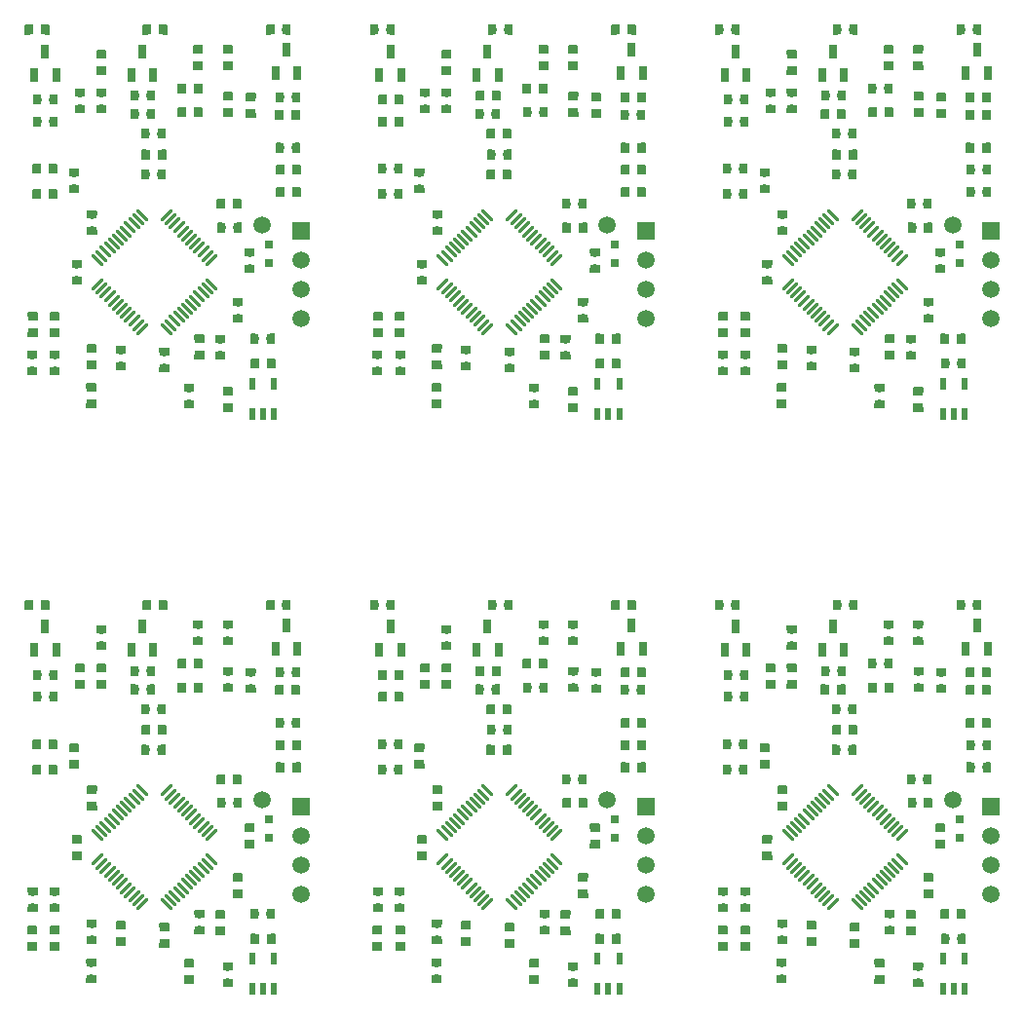
<source format=gtp>
G04*
G04 #@! TF.GenerationSoftware,Altium Limited,Altium Designer,20.1.11 (218)*
G04*
G04 Layer_Color=8421504*
%FSLAX25Y25*%
%MOIN*%
G70*
G04*
G04 #@! TF.SameCoordinates,9421AAF7-A1CE-47F4-AB83-8062CB6876A7*
G04*
G04*
G04 #@! TF.FilePolarity,Positive*
G04*
G01*
G75*
%ADD10R,0.02756X0.04921*%
%ADD11R,0.03543X0.03150*%
%ADD12R,0.05906X0.05906*%
%ADD13C,0.05906*%
%ADD14R,0.03150X0.03543*%
%ADD15R,0.03150X0.03150*%
%ADD16R,0.02362X0.03937*%
G04:AMPARAMS|DCode=17|XSize=59.06mil|YSize=10.63mil|CornerRadius=0mil|HoleSize=0mil|Usage=FLASHONLY|Rotation=135.000|XOffset=0mil|YOffset=0mil|HoleType=Round|Shape=Round|*
%AMOVALD17*
21,1,0.04842,0.01063,0.00000,0.00000,135.0*
1,1,0.01063,0.01712,-0.01712*
1,1,0.01063,-0.01712,0.01712*
%
%ADD17OVALD17*%

G04:AMPARAMS|DCode=18|XSize=10.63mil|YSize=59.06mil|CornerRadius=0mil|HoleSize=0mil|Usage=FLASHONLY|Rotation=135.000|XOffset=0mil|YOffset=0mil|HoleType=Round|Shape=Round|*
%AMOVALD18*
21,1,0.04842,0.01063,0.00000,0.00000,225.0*
1,1,0.01063,0.01712,0.01712*
1,1,0.01063,-0.01712,-0.01712*
%
%ADD18OVALD18*%

G36*
X548940Y437110D02*
Y434213D01*
X548688Y433961D01*
X547523D01*
X545937Y435117D01*
Y436206D01*
X547523Y437362D01*
X548688D01*
X548940Y437110D01*
D02*
G37*
G36*
X543457Y436206D02*
Y435117D01*
X541870Y433961D01*
X540705D01*
X540453Y434213D01*
Y437110D01*
X540705Y437362D01*
X541870D01*
X543457Y436206D01*
D02*
G37*
G36*
X506716Y437110D02*
Y434213D01*
X506464Y433961D01*
X505299D01*
X503713Y435117D01*
Y436206D01*
X505299Y437362D01*
X506464D01*
X506716Y437110D01*
D02*
G37*
G36*
X501232Y436206D02*
Y435117D01*
X499646Y433961D01*
X498481D01*
X498229Y434213D01*
Y437110D01*
X498481Y437362D01*
X499646D01*
X501232Y436206D01*
D02*
G37*
G36*
X466361Y437110D02*
Y434213D01*
X466109Y433961D01*
X464945D01*
X463358Y435117D01*
Y436206D01*
X464945Y437362D01*
X466109D01*
X466361Y437110D01*
D02*
G37*
G36*
X460878Y436206D02*
Y435117D01*
X459292Y433961D01*
X458127D01*
X457875Y434213D01*
Y437110D01*
X458127Y437362D01*
X459292D01*
X460878Y436206D01*
D02*
G37*
G36*
X430830Y437110D02*
Y434213D01*
X430578Y433961D01*
X429413D01*
X427827Y435117D01*
Y436206D01*
X429413Y437362D01*
X430578D01*
X430830Y437110D01*
D02*
G37*
G36*
X425346Y436206D02*
Y435117D01*
X423760Y433961D01*
X422595D01*
X422343Y434213D01*
Y437110D01*
X422595Y437362D01*
X423760D01*
X425346Y436206D01*
D02*
G37*
G36*
X388605Y437110D02*
Y434213D01*
X388353Y433961D01*
X387189D01*
X385602Y435117D01*
Y436206D01*
X387189Y437362D01*
X388353D01*
X388605Y437110D01*
D02*
G37*
G36*
X383122Y436206D02*
Y435117D01*
X381536Y433961D01*
X380371D01*
X380119Y434213D01*
Y437110D01*
X380371Y437362D01*
X381536D01*
X383122Y436206D01*
D02*
G37*
G36*
X348251Y437110D02*
Y434213D01*
X347999Y433961D01*
X346834D01*
X345248Y435117D01*
Y436206D01*
X346834Y437362D01*
X347999D01*
X348251Y437110D01*
D02*
G37*
G36*
X342768Y436206D02*
Y435117D01*
X341181Y433961D01*
X340017D01*
X339765Y434213D01*
Y437110D01*
X340017Y437362D01*
X341181D01*
X342768Y436206D01*
D02*
G37*
G36*
X312720Y437110D02*
Y434213D01*
X312468Y433961D01*
X311303D01*
X309717Y435117D01*
Y436206D01*
X311303Y437362D01*
X312468D01*
X312720Y437110D01*
D02*
G37*
G36*
X307236Y436206D02*
Y435117D01*
X305650Y433961D01*
X304485D01*
X304233Y434213D01*
Y437110D01*
X304485Y437362D01*
X305650D01*
X307236Y436206D01*
D02*
G37*
G36*
X270495Y437110D02*
Y434213D01*
X270243Y433961D01*
X269078D01*
X267492Y435117D01*
Y436206D01*
X269078Y437362D01*
X270243D01*
X270495Y437110D01*
D02*
G37*
G36*
X265012Y436206D02*
Y435117D01*
X263426Y433961D01*
X262261D01*
X262009Y434213D01*
Y437110D01*
X262261Y437362D01*
X263426D01*
X265012Y436206D01*
D02*
G37*
G36*
X230141Y437110D02*
Y434213D01*
X229889Y433961D01*
X228724D01*
X227138Y435117D01*
Y436206D01*
X228724Y437362D01*
X229889D01*
X230141Y437110D01*
D02*
G37*
G36*
X224657Y436206D02*
Y435117D01*
X223071Y433961D01*
X221906D01*
X221654Y434213D01*
Y437110D01*
X221906Y437362D01*
X223071D01*
X224657Y436206D01*
D02*
G37*
G36*
X529075Y430105D02*
Y428941D01*
X527918Y427354D01*
X526830D01*
X525673Y428941D01*
Y430105D01*
X525925Y430358D01*
X528823D01*
X529075Y430105D01*
D02*
G37*
G36*
X518937D02*
Y428941D01*
X517780Y427354D01*
X516692D01*
X515535Y428941D01*
Y430105D01*
X515787Y430358D01*
X518685D01*
X518937Y430105D01*
D02*
G37*
G36*
X410965D02*
Y428941D01*
X409808Y427354D01*
X408719D01*
X407563Y428941D01*
Y430105D01*
X407815Y430358D01*
X410713D01*
X410965Y430105D01*
D02*
G37*
G36*
X400827D02*
Y428941D01*
X399670Y427354D01*
X398582D01*
X397425Y428941D01*
Y430105D01*
X397677Y430358D01*
X400575D01*
X400827Y430105D01*
D02*
G37*
G36*
X292854D02*
Y428941D01*
X291698Y427354D01*
X290609D01*
X289453Y428941D01*
Y430105D01*
X289705Y430358D01*
X292602D01*
X292854Y430105D01*
D02*
G37*
G36*
X282716D02*
Y428941D01*
X281560Y427354D01*
X280471D01*
X279315Y428941D01*
Y430105D01*
X279567Y430358D01*
X282465D01*
X282716Y430105D01*
D02*
G37*
G36*
X485768Y428531D02*
Y427366D01*
X484611Y425780D01*
X483523D01*
X482366Y427366D01*
Y428531D01*
X482618Y428783D01*
X485516D01*
X485768Y428531D01*
D02*
G37*
G36*
X367657D02*
Y427366D01*
X366501Y425780D01*
X365412D01*
X364256Y427366D01*
Y428531D01*
X364508Y428783D01*
X367406D01*
X367657Y428531D01*
D02*
G37*
G36*
X249547D02*
Y427366D01*
X248391Y425780D01*
X247302D01*
X246146Y427366D01*
Y428531D01*
X246398Y428783D01*
X249295D01*
X249547Y428531D01*
D02*
G37*
G36*
X529075Y423288D02*
Y422123D01*
X528823Y421871D01*
X525925D01*
X525673Y422123D01*
Y423288D01*
X526830Y424874D01*
X527918D01*
X529075Y423288D01*
D02*
G37*
G36*
X518937D02*
Y422123D01*
X518685Y421871D01*
X515787D01*
X515535Y422123D01*
Y423288D01*
X516692Y424874D01*
X517780D01*
X518937Y423288D01*
D02*
G37*
G36*
X410965D02*
Y422123D01*
X410713Y421871D01*
X407815D01*
X407563Y422123D01*
Y423288D01*
X408719Y424874D01*
X409808D01*
X410965Y423288D01*
D02*
G37*
G36*
X400827D02*
Y422123D01*
X400575Y421871D01*
X397677D01*
X397425Y422123D01*
Y423288D01*
X398582Y424874D01*
X399670D01*
X400827Y423288D01*
D02*
G37*
G36*
X292854D02*
Y422123D01*
X292602Y421871D01*
X289705D01*
X289453Y422123D01*
Y423288D01*
X290609Y424874D01*
X291698D01*
X292854Y423288D01*
D02*
G37*
G36*
X282716D02*
Y422123D01*
X282465Y421871D01*
X279567D01*
X279315Y422123D01*
Y423288D01*
X280471Y424874D01*
X281560D01*
X282716Y423288D01*
D02*
G37*
G36*
X485768Y421713D02*
Y420548D01*
X485516Y420296D01*
X482618D01*
X482366Y420548D01*
Y421713D01*
X483523Y423299D01*
X484611D01*
X485768Y421713D01*
D02*
G37*
G36*
X367657D02*
Y420548D01*
X367406Y420296D01*
X364508D01*
X364256Y420548D01*
Y421713D01*
X365412Y423299D01*
X366501D01*
X367657Y421713D01*
D02*
G37*
G36*
X249547D02*
Y420548D01*
X249295Y420296D01*
X246398D01*
X246146Y420548D01*
Y421713D01*
X247302Y423299D01*
X248391D01*
X249547Y421713D01*
D02*
G37*
G36*
X518625Y417031D02*
Y414134D01*
X518373Y413882D01*
X517208D01*
X515622Y415038D01*
Y416127D01*
X517208Y417283D01*
X518373D01*
X518625Y417031D01*
D02*
G37*
G36*
X513142Y416127D02*
Y415038D01*
X511555Y413882D01*
X510391D01*
X510139Y414134D01*
Y417031D01*
X510391Y417283D01*
X511555D01*
X513142Y416127D01*
D02*
G37*
G36*
X400515Y417031D02*
Y414134D01*
X400263Y413882D01*
X399098D01*
X397512Y415038D01*
Y416127D01*
X399098Y417283D01*
X400263D01*
X400515Y417031D01*
D02*
G37*
G36*
X395031Y416127D02*
Y415038D01*
X393445Y413882D01*
X392280D01*
X392028Y414134D01*
Y417031D01*
X392280Y417283D01*
X393445D01*
X395031Y416127D01*
D02*
G37*
G36*
X282405Y417031D02*
Y414134D01*
X282153Y413882D01*
X280988D01*
X279402Y415038D01*
Y416127D01*
X280988Y417283D01*
X282153D01*
X282405Y417031D01*
D02*
G37*
G36*
X276921Y416127D02*
Y415038D01*
X275335Y413882D01*
X274170D01*
X273918Y414134D01*
Y417031D01*
X274170Y417283D01*
X275335D01*
X276921Y416127D01*
D02*
G37*
G36*
X485768Y415342D02*
Y414177D01*
X484611Y412591D01*
X483523D01*
X482366Y414177D01*
Y415342D01*
X482618Y415594D01*
X485516D01*
X485768Y415342D01*
D02*
G37*
G36*
X478484D02*
Y414177D01*
X477328Y412591D01*
X476239D01*
X475083Y414177D01*
Y415342D01*
X475335Y415594D01*
X478232D01*
X478484Y415342D01*
D02*
G37*
G36*
X367657D02*
Y414177D01*
X366501Y412591D01*
X365412D01*
X364256Y414177D01*
Y415342D01*
X364508Y415594D01*
X367406D01*
X367657Y415342D01*
D02*
G37*
G36*
X360374D02*
Y414177D01*
X359218Y412591D01*
X358129D01*
X356972Y414177D01*
Y415342D01*
X357224Y415594D01*
X360122D01*
X360374Y415342D01*
D02*
G37*
G36*
X249547D02*
Y414177D01*
X248391Y412591D01*
X247302D01*
X246146Y414177D01*
Y415342D01*
X246398Y415594D01*
X249295D01*
X249547Y415342D01*
D02*
G37*
G36*
X242264D02*
Y414177D01*
X241107Y412591D01*
X240019D01*
X238862Y414177D01*
Y415342D01*
X239114Y415594D01*
X242012D01*
X242264Y415342D01*
D02*
G37*
G36*
X502582Y414571D02*
Y411673D01*
X502330Y411421D01*
X501165D01*
X499579Y412578D01*
Y413666D01*
X501165Y414823D01*
X502330D01*
X502582Y414571D01*
D02*
G37*
G36*
X497098Y413666D02*
Y412578D01*
X495512Y411421D01*
X494347D01*
X494095Y411673D01*
Y414571D01*
X494347Y414823D01*
X495512D01*
X497098Y413666D01*
D02*
G37*
G36*
X384472Y414571D02*
Y411673D01*
X384220Y411421D01*
X383055D01*
X381469Y412578D01*
Y413666D01*
X383055Y414823D01*
X384220D01*
X384472Y414571D01*
D02*
G37*
G36*
X378988Y413666D02*
Y412578D01*
X377402Y411421D01*
X376237D01*
X375985Y411673D01*
Y414571D01*
X376237Y414823D01*
X377402D01*
X378988Y413666D01*
D02*
G37*
G36*
X266361Y414571D02*
Y411673D01*
X266109Y411421D01*
X264945D01*
X263358Y412578D01*
Y413666D01*
X264945Y414823D01*
X266109D01*
X266361Y414571D01*
D02*
G37*
G36*
X260878Y413666D02*
Y412578D01*
X259292Y411421D01*
X258127D01*
X257875Y411673D01*
Y414571D01*
X258127Y414823D01*
X259292D01*
X260878Y413666D01*
D02*
G37*
G36*
X529173Y414161D02*
Y412996D01*
X528017Y411410D01*
X526928D01*
X525772Y412996D01*
Y414161D01*
X526024Y414413D01*
X528921D01*
X529173Y414161D01*
D02*
G37*
G36*
X411063D02*
Y412996D01*
X409906Y411410D01*
X408818D01*
X407661Y412996D01*
Y414161D01*
X407913Y414413D01*
X410811D01*
X411063Y414161D01*
D02*
G37*
G36*
X292953D02*
Y412996D01*
X291796Y411410D01*
X290708D01*
X289551Y412996D01*
Y414161D01*
X289803Y414413D01*
X292701D01*
X292953Y414161D01*
D02*
G37*
G36*
X536949Y413767D02*
Y412602D01*
X535792Y411016D01*
X534704D01*
X533547Y412602D01*
Y413767D01*
X533799Y414019D01*
X536697D01*
X536949Y413767D01*
D02*
G37*
G36*
X418839D02*
Y412602D01*
X417682Y411016D01*
X416594D01*
X415437Y412602D01*
Y413767D01*
X415689Y414019D01*
X418587D01*
X418839Y413767D01*
D02*
G37*
G36*
X300728D02*
Y412602D01*
X299572Y411016D01*
X298483D01*
X297327Y412602D01*
Y413767D01*
X297579Y414019D01*
X300476D01*
X300728Y413767D01*
D02*
G37*
G36*
X552188Y413980D02*
Y411083D01*
X551936Y410831D01*
X550771D01*
X549185Y411987D01*
Y413076D01*
X550771Y414232D01*
X551936D01*
X552188Y413980D01*
D02*
G37*
G36*
X546705Y413076D02*
Y411987D01*
X545119Y410831D01*
X543954D01*
X543702Y411083D01*
Y413980D01*
X543954Y414232D01*
X545119D01*
X546705Y413076D01*
D02*
G37*
G36*
X434078Y413980D02*
Y411083D01*
X433826Y410831D01*
X432661D01*
X431075Y411987D01*
Y413076D01*
X432661Y414232D01*
X433826D01*
X434078Y413980D01*
D02*
G37*
G36*
X428594Y413076D02*
Y411987D01*
X427008Y410831D01*
X425843D01*
X425591Y411083D01*
Y413980D01*
X425843Y414232D01*
X427008D01*
X428594Y413076D01*
D02*
G37*
G36*
X315968Y413980D02*
Y411083D01*
X315716Y410831D01*
X314551D01*
X312965Y411987D01*
Y413076D01*
X314551Y414232D01*
X315716D01*
X315968Y413980D01*
D02*
G37*
G36*
X310484Y413076D02*
Y411987D01*
X308898Y410831D01*
X307733D01*
X307481Y411083D01*
Y413980D01*
X307733Y414232D01*
X308898D01*
X310484Y413076D01*
D02*
G37*
G36*
X469216Y413193D02*
Y410295D01*
X468964Y410043D01*
X467799D01*
X466213Y411200D01*
Y412288D01*
X467799Y413445D01*
X468964D01*
X469216Y413193D01*
D02*
G37*
G36*
X463732Y412288D02*
Y411200D01*
X462146Y410043D01*
X460981D01*
X460729Y410295D01*
Y413193D01*
X460981Y413445D01*
X462146D01*
X463732Y412288D01*
D02*
G37*
G36*
X351105Y413193D02*
Y410295D01*
X350853Y410043D01*
X349689D01*
X348102Y411200D01*
Y412288D01*
X349689Y413445D01*
X350853D01*
X351105Y413193D01*
D02*
G37*
G36*
X345622Y412288D02*
Y411200D01*
X344036Y410043D01*
X342871D01*
X342619Y410295D01*
Y413193D01*
X342871Y413445D01*
X344036D01*
X345622Y412288D01*
D02*
G37*
G36*
X232995Y413193D02*
Y410295D01*
X232743Y410043D01*
X231578D01*
X229992Y411200D01*
Y412288D01*
X231578Y413445D01*
X232743D01*
X232995Y413193D01*
D02*
G37*
G36*
X227512Y412288D02*
Y411200D01*
X225926Y410043D01*
X224761D01*
X224509Y410295D01*
Y413193D01*
X224761Y413445D01*
X225926D01*
X227512Y412288D01*
D02*
G37*
G36*
X485768Y408524D02*
Y407359D01*
X485516Y407107D01*
X482618D01*
X482366Y407359D01*
Y408524D01*
X483523Y410110D01*
X484611D01*
X485768Y408524D01*
D02*
G37*
G36*
X478484D02*
Y407359D01*
X478232Y407107D01*
X475335D01*
X475083Y407359D01*
Y408524D01*
X476239Y410110D01*
X477328D01*
X478484Y408524D01*
D02*
G37*
G36*
X367657D02*
Y407359D01*
X367406Y407107D01*
X364508D01*
X364256Y407359D01*
Y408524D01*
X365412Y410110D01*
X366501D01*
X367657Y408524D01*
D02*
G37*
G36*
X360374D02*
Y407359D01*
X360122Y407107D01*
X357224D01*
X356972Y407359D01*
Y408524D01*
X358129Y410110D01*
X359218D01*
X360374Y408524D01*
D02*
G37*
G36*
X249547D02*
Y407359D01*
X249295Y407107D01*
X246398D01*
X246146Y407359D01*
Y408524D01*
X247302Y410110D01*
X248391D01*
X249547Y408524D01*
D02*
G37*
G36*
X242264D02*
Y407359D01*
X242012Y407107D01*
X239114D01*
X238862Y407359D01*
Y408524D01*
X240019Y410110D01*
X241107D01*
X242264Y408524D01*
D02*
G37*
G36*
X529173Y407343D02*
Y406178D01*
X528921Y405926D01*
X526024D01*
X525772Y406178D01*
Y407343D01*
X526928Y408929D01*
X528017D01*
X529173Y407343D01*
D02*
G37*
G36*
X411063D02*
Y406178D01*
X410811Y405926D01*
X407913D01*
X407661Y406178D01*
Y407343D01*
X408818Y408929D01*
X409906D01*
X411063Y407343D01*
D02*
G37*
G36*
X292953D02*
Y406178D01*
X292701Y405926D01*
X289803D01*
X289551Y406178D01*
Y407343D01*
X290708Y408929D01*
X291796D01*
X292953Y407343D01*
D02*
G37*
G36*
X518724Y408862D02*
Y405965D01*
X518472Y405713D01*
X517307D01*
X515721Y406869D01*
Y407958D01*
X517307Y409114D01*
X518472D01*
X518724Y408862D01*
D02*
G37*
G36*
X513240Y407958D02*
Y406869D01*
X511654Y405713D01*
X510489D01*
X510237Y405965D01*
Y408862D01*
X510489Y409114D01*
X511654D01*
X513240Y407958D01*
D02*
G37*
G36*
X400613Y408862D02*
Y405965D01*
X400361Y405713D01*
X399197D01*
X397610Y406869D01*
Y407958D01*
X399197Y409114D01*
X400361D01*
X400613Y408862D01*
D02*
G37*
G36*
X395130Y407958D02*
Y406869D01*
X393544Y405713D01*
X392379D01*
X392127Y405965D01*
Y408862D01*
X392379Y409114D01*
X393544D01*
X395130Y407958D01*
D02*
G37*
G36*
X282503Y408862D02*
Y405965D01*
X282251Y405713D01*
X281086D01*
X279500Y406869D01*
Y407958D01*
X281086Y409114D01*
X282251D01*
X282503Y408862D01*
D02*
G37*
G36*
X277020Y407958D02*
Y406869D01*
X275433Y405713D01*
X274269D01*
X274016Y405965D01*
Y408862D01*
X274269Y409114D01*
X275433D01*
X277020Y407958D01*
D02*
G37*
G36*
X536949Y406949D02*
Y405784D01*
X536697Y405532D01*
X533799D01*
X533547Y405784D01*
Y406949D01*
X534704Y408535D01*
X535792D01*
X536949Y406949D01*
D02*
G37*
G36*
X418839D02*
Y405784D01*
X418587Y405532D01*
X415689D01*
X415437Y405784D01*
Y406949D01*
X416594Y408535D01*
X417682D01*
X418839Y406949D01*
D02*
G37*
G36*
X300728D02*
Y405784D01*
X300476Y405532D01*
X297579D01*
X297327Y405784D01*
Y406949D01*
X298483Y408535D01*
X299572D01*
X300728Y406949D01*
D02*
G37*
G36*
X502483Y408272D02*
Y405374D01*
X502232Y405122D01*
X501067D01*
X499480Y406279D01*
Y407367D01*
X501067Y408524D01*
X502232D01*
X502483Y408272D01*
D02*
G37*
G36*
X497000Y407367D02*
Y406279D01*
X495414Y405122D01*
X494249D01*
X493997Y405374D01*
Y408272D01*
X494249Y408524D01*
X495414D01*
X497000Y407367D01*
D02*
G37*
G36*
X384373Y408272D02*
Y405374D01*
X384121Y405122D01*
X382956D01*
X381370Y406279D01*
Y407367D01*
X382956Y408524D01*
X384121D01*
X384373Y408272D01*
D02*
G37*
G36*
X378890Y407367D02*
Y406279D01*
X377304Y405122D01*
X376139D01*
X375887Y405374D01*
Y408272D01*
X376139Y408524D01*
X377304D01*
X378890Y407367D01*
D02*
G37*
G36*
X266263Y408272D02*
Y405374D01*
X266011Y405122D01*
X264846D01*
X263260Y406279D01*
Y407367D01*
X264846Y408524D01*
X266011D01*
X266263Y408272D01*
D02*
G37*
G36*
X260780Y407367D02*
Y406279D01*
X259193Y405122D01*
X258028D01*
X257776Y405374D01*
Y408272D01*
X258028Y408524D01*
X259193D01*
X260780Y407367D01*
D02*
G37*
G36*
X552090Y407976D02*
Y405079D01*
X551838Y404827D01*
X550673D01*
X549087Y405983D01*
Y407072D01*
X550673Y408228D01*
X551838D01*
X552090Y407976D01*
D02*
G37*
G36*
X546606Y407072D02*
Y405983D01*
X545020Y404827D01*
X543855D01*
X543603Y405079D01*
Y407976D01*
X543855Y408228D01*
X545020D01*
X546606Y407072D01*
D02*
G37*
G36*
X433980Y407976D02*
Y405079D01*
X433728Y404827D01*
X432563D01*
X430976Y405983D01*
Y407072D01*
X432563Y408228D01*
X433728D01*
X433980Y407976D01*
D02*
G37*
G36*
X428496Y407072D02*
Y405983D01*
X426910Y404827D01*
X425745D01*
X425493Y405079D01*
Y407976D01*
X425745Y408228D01*
X426910D01*
X428496Y407072D01*
D02*
G37*
G36*
X315869Y407976D02*
Y405079D01*
X315617Y404827D01*
X314452D01*
X312866Y405983D01*
Y407072D01*
X314452Y408228D01*
X315617D01*
X315869Y407976D01*
D02*
G37*
G36*
X310386Y407072D02*
Y405983D01*
X308800Y404827D01*
X307635D01*
X307383Y405079D01*
Y407976D01*
X307635Y408228D01*
X308800D01*
X310386Y407072D01*
D02*
G37*
G36*
X469216Y405713D02*
Y402815D01*
X468964Y402563D01*
X467799D01*
X466213Y403720D01*
Y404808D01*
X467799Y405965D01*
X468964D01*
X469216Y405713D01*
D02*
G37*
G36*
X463732Y404808D02*
Y403720D01*
X462146Y402563D01*
X460981D01*
X460729Y402815D01*
Y405713D01*
X460981Y405965D01*
X462146D01*
X463732Y404808D01*
D02*
G37*
G36*
X351105Y405713D02*
Y402815D01*
X350853Y402563D01*
X349689D01*
X348102Y403720D01*
Y404808D01*
X349689Y405965D01*
X350853D01*
X351105Y405713D01*
D02*
G37*
G36*
X345622Y404808D02*
Y403720D01*
X344036Y402563D01*
X342871D01*
X342619Y402815D01*
Y405713D01*
X342871Y405965D01*
X344036D01*
X345622Y404808D01*
D02*
G37*
G36*
X232995Y405713D02*
Y402815D01*
X232743Y402563D01*
X231578D01*
X229992Y403720D01*
Y404808D01*
X231578Y405965D01*
X232743D01*
X232995Y405713D01*
D02*
G37*
G36*
X227512Y404808D02*
Y403720D01*
X225926Y402563D01*
X224761D01*
X224509Y402815D01*
Y405713D01*
X224761Y405965D01*
X225926D01*
X227512Y404808D01*
D02*
G37*
G36*
X506224Y401480D02*
Y398583D01*
X505972Y398331D01*
X504807D01*
X503221Y399487D01*
Y400576D01*
X504807Y401732D01*
X505972D01*
X506224Y401480D01*
D02*
G37*
G36*
X500740Y400576D02*
Y399487D01*
X499154Y398331D01*
X497989D01*
X497737Y398583D01*
Y401480D01*
X497989Y401732D01*
X499154D01*
X500740Y400576D01*
D02*
G37*
G36*
X388113Y401480D02*
Y398583D01*
X387861Y398331D01*
X386697D01*
X385110Y399487D01*
Y400576D01*
X386697Y401732D01*
X387861D01*
X388113Y401480D01*
D02*
G37*
G36*
X382630Y400576D02*
Y399487D01*
X381044Y398331D01*
X379879D01*
X379627Y398583D01*
Y401480D01*
X379879Y401732D01*
X381044D01*
X382630Y400576D01*
D02*
G37*
G36*
X270003Y401480D02*
Y398583D01*
X269751Y398331D01*
X268586D01*
X267000Y399487D01*
Y400576D01*
X268586Y401732D01*
X269751D01*
X270003Y401480D01*
D02*
G37*
G36*
X264520Y400576D02*
Y399487D01*
X262933Y398331D01*
X261769D01*
X261516Y398583D01*
Y401480D01*
X261769Y401732D01*
X262933D01*
X264520Y400576D01*
D02*
G37*
G36*
X552188Y396756D02*
Y393858D01*
X551936Y393606D01*
X550771D01*
X549185Y394763D01*
Y395851D01*
X550771Y397008D01*
X551936D01*
X552188Y396756D01*
D02*
G37*
G36*
X546705Y395851D02*
Y394763D01*
X545119Y393606D01*
X543954D01*
X543702Y393858D01*
Y396756D01*
X543954Y397008D01*
X545119D01*
X546705Y395851D01*
D02*
G37*
G36*
X434078Y396756D02*
Y393858D01*
X433826Y393606D01*
X432661D01*
X431075Y394763D01*
Y395851D01*
X432661Y397008D01*
X433826D01*
X434078Y396756D01*
D02*
G37*
G36*
X428594Y395851D02*
Y394763D01*
X427008Y393606D01*
X425843D01*
X425591Y393858D01*
Y396756D01*
X425843Y397008D01*
X427008D01*
X428594Y395851D01*
D02*
G37*
G36*
X315968Y396756D02*
Y393858D01*
X315716Y393606D01*
X314551D01*
X312965Y394763D01*
Y395851D01*
X314551Y397008D01*
X315716D01*
X315968Y396756D01*
D02*
G37*
G36*
X310484Y395851D02*
Y394763D01*
X308898Y393606D01*
X307733D01*
X307481Y393858D01*
Y396756D01*
X307733Y397008D01*
X308898D01*
X310484Y395851D01*
D02*
G37*
G36*
X506420Y394394D02*
Y391496D01*
X506169Y391244D01*
X505003D01*
X503417Y392401D01*
Y393489D01*
X505003Y394646D01*
X506169D01*
X506420Y394394D01*
D02*
G37*
G36*
X500937Y393489D02*
Y392401D01*
X499351Y391244D01*
X498186D01*
X497934Y391496D01*
Y394394D01*
X498186Y394646D01*
X499351D01*
X500937Y393489D01*
D02*
G37*
G36*
X388310Y394394D02*
Y391496D01*
X388058Y391244D01*
X386893D01*
X385307Y392401D01*
Y393489D01*
X386893Y394646D01*
X388058D01*
X388310Y394394D01*
D02*
G37*
G36*
X382827Y393489D02*
Y392401D01*
X381241Y391244D01*
X380076D01*
X379824Y391496D01*
Y394394D01*
X380076Y394646D01*
X381241D01*
X382827Y393489D01*
D02*
G37*
G36*
X270200Y394394D02*
Y391496D01*
X269948Y391244D01*
X268783D01*
X267197Y392401D01*
Y393489D01*
X268783Y394646D01*
X269948D01*
X270200Y394394D01*
D02*
G37*
G36*
X264717Y393489D02*
Y392401D01*
X263130Y391244D01*
X261965D01*
X261713Y391496D01*
Y394394D01*
X261965Y394646D01*
X263130D01*
X264717Y393489D01*
D02*
G37*
G36*
X469019Y389472D02*
Y386575D01*
X468767Y386323D01*
X467602D01*
X466016Y387479D01*
Y388568D01*
X467602Y389724D01*
X468767D01*
X469019Y389472D01*
D02*
G37*
G36*
X463535Y388568D02*
Y387479D01*
X461949Y386323D01*
X460784D01*
X460532Y386575D01*
Y389472D01*
X460784Y389724D01*
X461949D01*
X463535Y388568D01*
D02*
G37*
G36*
X350909Y389472D02*
Y386575D01*
X350657Y386323D01*
X349492D01*
X347905Y387479D01*
Y388568D01*
X349492Y389724D01*
X350657D01*
X350909Y389472D01*
D02*
G37*
G36*
X345425Y388568D02*
Y387479D01*
X343839Y386323D01*
X342674D01*
X342422Y386575D01*
Y389472D01*
X342674Y389724D01*
X343839D01*
X345425Y388568D01*
D02*
G37*
G36*
X232798Y389472D02*
Y386575D01*
X232546Y386323D01*
X231382D01*
X229795Y387479D01*
Y388568D01*
X231382Y389724D01*
X232546D01*
X232798Y389472D01*
D02*
G37*
G36*
X227315Y388568D02*
Y387479D01*
X225729Y386323D01*
X224564D01*
X224312Y386575D01*
Y389472D01*
X224564Y389724D01*
X225729D01*
X227315Y388568D01*
D02*
G37*
G36*
X552287Y389177D02*
Y386280D01*
X552035Y386028D01*
X550870D01*
X549284Y387184D01*
Y388273D01*
X550870Y389429D01*
X552035D01*
X552287Y389177D01*
D02*
G37*
G36*
X546803Y388273D02*
Y387184D01*
X545217Y386028D01*
X544052D01*
X543800Y386280D01*
Y389177D01*
X544052Y389429D01*
X545217D01*
X546803Y388273D01*
D02*
G37*
G36*
X434176Y389177D02*
Y386280D01*
X433924Y386028D01*
X432760D01*
X431173Y387184D01*
Y388273D01*
X432760Y389429D01*
X433924D01*
X434176Y389177D01*
D02*
G37*
G36*
X428693Y388273D02*
Y387184D01*
X427107Y386028D01*
X425942D01*
X425690Y386280D01*
Y389177D01*
X425942Y389429D01*
X427107D01*
X428693Y388273D01*
D02*
G37*
G36*
X316066Y389177D02*
Y386280D01*
X315814Y386028D01*
X314649D01*
X313063Y387184D01*
Y388273D01*
X314649Y389429D01*
X315814D01*
X316066Y389177D01*
D02*
G37*
G36*
X310583Y388273D02*
Y387184D01*
X308996Y386028D01*
X307832D01*
X307579Y386280D01*
Y389177D01*
X307832Y389429D01*
X308996D01*
X310583Y388273D01*
D02*
G37*
G36*
X476516Y387980D02*
Y386815D01*
X475359Y385228D01*
X474271D01*
X473114Y386815D01*
Y387980D01*
X473366Y388231D01*
X476264D01*
X476516Y387980D01*
D02*
G37*
G36*
X358405D02*
Y386815D01*
X357249Y385228D01*
X356160D01*
X355004Y386815D01*
Y387980D01*
X355256Y388231D01*
X358154D01*
X358405Y387980D01*
D02*
G37*
G36*
X240295D02*
Y386815D01*
X239139Y385228D01*
X238050D01*
X236894Y386815D01*
Y387980D01*
X237146Y388231D01*
X240043D01*
X240295Y387980D01*
D02*
G37*
G36*
X506224Y387602D02*
Y384705D01*
X505972Y384453D01*
X504807D01*
X503221Y385609D01*
Y386698D01*
X504807Y387854D01*
X505972D01*
X506224Y387602D01*
D02*
G37*
G36*
X500740Y386698D02*
Y385609D01*
X499154Y384453D01*
X497989D01*
X497737Y384705D01*
Y387602D01*
X497989Y387854D01*
X499154D01*
X500740Y386698D01*
D02*
G37*
G36*
X388113Y387602D02*
Y384705D01*
X387861Y384453D01*
X386697D01*
X385110Y385609D01*
Y386698D01*
X386697Y387854D01*
X387861D01*
X388113Y387602D01*
D02*
G37*
G36*
X382630Y386698D02*
Y385609D01*
X381044Y384453D01*
X379879D01*
X379627Y384705D01*
Y387602D01*
X379879Y387854D01*
X381044D01*
X382630Y386698D01*
D02*
G37*
G36*
X270003Y387602D02*
Y384705D01*
X269751Y384453D01*
X268586D01*
X267000Y385609D01*
Y386698D01*
X268586Y387854D01*
X269751D01*
X270003Y387602D01*
D02*
G37*
G36*
X264520Y386698D02*
Y385609D01*
X262933Y384453D01*
X261769D01*
X261516Y384705D01*
Y387602D01*
X261769Y387854D01*
X262933D01*
X264520Y386698D01*
D02*
G37*
G36*
X476516Y381162D02*
Y379997D01*
X476264Y379745D01*
X473366D01*
X473114Y379997D01*
Y381162D01*
X474271Y382748D01*
X475359D01*
X476516Y381162D01*
D02*
G37*
G36*
X358405D02*
Y379997D01*
X358154Y379745D01*
X355256D01*
X355004Y379997D01*
Y381162D01*
X356160Y382748D01*
X357249D01*
X358405Y381162D01*
D02*
G37*
G36*
X240295D02*
Y379997D01*
X240043Y379745D01*
X237146D01*
X236894Y379997D01*
Y381162D01*
X238050Y382748D01*
X239139D01*
X240295Y381162D01*
D02*
G37*
G36*
X552287Y381598D02*
Y378701D01*
X552035Y378449D01*
X550870D01*
X549284Y379605D01*
Y380694D01*
X550870Y381850D01*
X552035D01*
X552287Y381598D01*
D02*
G37*
G36*
X546803Y380694D02*
Y379605D01*
X545217Y378449D01*
X544052D01*
X543800Y378701D01*
Y381598D01*
X544052Y381850D01*
X545217D01*
X546803Y380694D01*
D02*
G37*
G36*
X434176Y381598D02*
Y378701D01*
X433924Y378449D01*
X432760D01*
X431173Y379605D01*
Y380694D01*
X432760Y381850D01*
X433924D01*
X434176Y381598D01*
D02*
G37*
G36*
X428693Y380694D02*
Y379605D01*
X427107Y378449D01*
X425942D01*
X425690Y378701D01*
Y381598D01*
X425942Y381850D01*
X427107D01*
X428693Y380694D01*
D02*
G37*
G36*
X316066Y381598D02*
Y378701D01*
X315814Y378449D01*
X314649D01*
X313063Y379605D01*
Y380694D01*
X314649Y381850D01*
X315814D01*
X316066Y381598D01*
D02*
G37*
G36*
X310583Y380694D02*
Y379605D01*
X308996Y378449D01*
X307832D01*
X307579Y378701D01*
Y381598D01*
X307832Y381850D01*
X308996D01*
X310583Y380694D01*
D02*
G37*
G36*
X469019Y380811D02*
Y377913D01*
X468767Y377661D01*
X467602D01*
X466016Y378818D01*
Y379907D01*
X467602Y381063D01*
X468767D01*
X469019Y380811D01*
D02*
G37*
G36*
X463535Y379907D02*
Y378818D01*
X461949Y377661D01*
X460784D01*
X460532Y377913D01*
Y380811D01*
X460784Y381063D01*
X461949D01*
X463535Y379907D01*
D02*
G37*
G36*
X350909Y380811D02*
Y377913D01*
X350657Y377661D01*
X349492D01*
X347905Y378818D01*
Y379907D01*
X349492Y381063D01*
X350657D01*
X350909Y380811D01*
D02*
G37*
G36*
X345425Y379907D02*
Y378818D01*
X343839Y377661D01*
X342674D01*
X342422Y377913D01*
Y380811D01*
X342674Y381063D01*
X343839D01*
X345425Y379907D01*
D02*
G37*
G36*
X232798Y380811D02*
Y377913D01*
X232546Y377661D01*
X231382D01*
X229795Y378818D01*
Y379907D01*
X231382Y381063D01*
X232546D01*
X232798Y380811D01*
D02*
G37*
G36*
X227315Y379907D02*
Y378818D01*
X225729Y377661D01*
X224564D01*
X224312Y377913D01*
Y380811D01*
X224564Y381063D01*
X225729D01*
X227315Y379907D01*
D02*
G37*
G36*
X532011Y377465D02*
Y374567D01*
X531759Y374315D01*
X530594D01*
X529007Y375471D01*
Y376560D01*
X530594Y377716D01*
X531759D01*
X532011Y377465D01*
D02*
G37*
G36*
X526527Y376560D02*
Y375471D01*
X524941Y374315D01*
X523776D01*
X523524Y374567D01*
Y377465D01*
X523776Y377716D01*
X524941D01*
X526527Y376560D01*
D02*
G37*
G36*
X413900Y377465D02*
Y374567D01*
X413648Y374315D01*
X412484D01*
X410897Y375471D01*
Y376560D01*
X412484Y377716D01*
X413648D01*
X413900Y377465D01*
D02*
G37*
G36*
X408417Y376560D02*
Y375471D01*
X406831Y374315D01*
X405666D01*
X405414Y374567D01*
Y377465D01*
X405666Y377716D01*
X406831D01*
X408417Y376560D01*
D02*
G37*
G36*
X295790Y377465D02*
Y374567D01*
X295538Y374315D01*
X294373D01*
X292787Y375471D01*
Y376560D01*
X294373Y377716D01*
X295538D01*
X295790Y377465D01*
D02*
G37*
G36*
X290307Y376560D02*
Y375471D01*
X288720Y374315D01*
X287556D01*
X287303Y374567D01*
Y377465D01*
X287556Y377716D01*
X288720D01*
X290307Y376560D01*
D02*
G37*
G36*
X482618Y373609D02*
Y372445D01*
X481462Y370858D01*
X480373D01*
X479216Y372445D01*
Y373609D01*
X479468Y373861D01*
X482366D01*
X482618Y373609D01*
D02*
G37*
G36*
X364508D02*
Y372445D01*
X363351Y370858D01*
X362263D01*
X361106Y372445D01*
Y373609D01*
X361358Y373861D01*
X364256D01*
X364508Y373609D01*
D02*
G37*
G36*
X246398D02*
Y372445D01*
X245241Y370858D01*
X244152D01*
X242996Y372445D01*
Y373609D01*
X243248Y373861D01*
X246146D01*
X246398Y373609D01*
D02*
G37*
G36*
X532207Y369394D02*
Y366496D01*
X531955Y366244D01*
X530791D01*
X529204Y367401D01*
Y368489D01*
X530791Y369646D01*
X531955D01*
X532207Y369394D01*
D02*
G37*
G36*
X526724Y368489D02*
Y367401D01*
X525138Y366244D01*
X523973D01*
X523721Y366496D01*
Y369394D01*
X523973Y369646D01*
X525138D01*
X526724Y368489D01*
D02*
G37*
G36*
X414097Y369394D02*
Y366496D01*
X413845Y366244D01*
X412680D01*
X411094Y367401D01*
Y368489D01*
X412680Y369646D01*
X413845D01*
X414097Y369394D01*
D02*
G37*
G36*
X408614Y368489D02*
Y367401D01*
X407027Y366244D01*
X405863D01*
X405611Y366496D01*
Y369394D01*
X405863Y369646D01*
X407027D01*
X408614Y368489D01*
D02*
G37*
G36*
X295987Y369394D02*
Y366496D01*
X295735Y366244D01*
X294570D01*
X292984Y367401D01*
Y368489D01*
X294570Y369646D01*
X295735D01*
X295987Y369394D01*
D02*
G37*
G36*
X290504Y368489D02*
Y367401D01*
X288917Y366244D01*
X287752D01*
X287500Y366496D01*
Y369394D01*
X287752Y369646D01*
X288917D01*
X290504Y368489D01*
D02*
G37*
G36*
X482618Y366792D02*
Y365627D01*
X482366Y365375D01*
X479468D01*
X479216Y365627D01*
Y366792D01*
X480373Y368378D01*
X481462D01*
X482618Y366792D01*
D02*
G37*
G36*
X364508D02*
Y365627D01*
X364256Y365375D01*
X361358D01*
X361106Y365627D01*
Y366792D01*
X362263Y368378D01*
X363351D01*
X364508Y366792D01*
D02*
G37*
G36*
X246398D02*
Y365627D01*
X246146Y365375D01*
X243248D01*
X242996Y365627D01*
Y366792D01*
X244152Y368378D01*
X245241D01*
X246398Y366792D01*
D02*
G37*
G36*
X536555Y360617D02*
Y359452D01*
X535399Y357866D01*
X534310D01*
X533153Y359452D01*
Y360617D01*
X533405Y360869D01*
X536303D01*
X536555Y360617D01*
D02*
G37*
G36*
X418445D02*
Y359452D01*
X417288Y357866D01*
X416200D01*
X415043Y359452D01*
Y360617D01*
X415295Y360869D01*
X418193D01*
X418445Y360617D01*
D02*
G37*
G36*
X300335D02*
Y359452D01*
X299178Y357866D01*
X298090D01*
X296933Y359452D01*
Y360617D01*
X297185Y360869D01*
X300083D01*
X300335Y360617D01*
D02*
G37*
G36*
X477402Y356681D02*
Y355516D01*
X476245Y353930D01*
X475156D01*
X474000Y355516D01*
Y356681D01*
X474252Y356933D01*
X477150D01*
X477402Y356681D01*
D02*
G37*
G36*
X359291D02*
Y355516D01*
X358135Y353930D01*
X357046D01*
X355890Y355516D01*
Y356681D01*
X356142Y356933D01*
X359039D01*
X359291Y356681D01*
D02*
G37*
G36*
X241181D02*
Y355516D01*
X240025Y353930D01*
X238936D01*
X237779Y355516D01*
Y356681D01*
X238032Y356933D01*
X240929D01*
X241181Y356681D01*
D02*
G37*
G36*
X536555Y353800D02*
Y352635D01*
X536303Y352383D01*
X533405D01*
X533153Y352635D01*
Y353800D01*
X534310Y355386D01*
X535399D01*
X536555Y353800D01*
D02*
G37*
G36*
X418445D02*
Y352635D01*
X418193Y352383D01*
X415295D01*
X415043Y352635D01*
Y353800D01*
X416200Y355386D01*
X417288D01*
X418445Y353800D01*
D02*
G37*
G36*
X300335D02*
Y352635D01*
X300083Y352383D01*
X297185D01*
X296933Y352635D01*
Y353800D01*
X298090Y355386D01*
X299178D01*
X300335Y353800D01*
D02*
G37*
G36*
X477402Y349863D02*
Y348698D01*
X477150Y348446D01*
X474252D01*
X474000Y348698D01*
Y349863D01*
X475156Y351449D01*
X476245D01*
X477402Y349863D01*
D02*
G37*
G36*
X359291D02*
Y348698D01*
X359039Y348446D01*
X356142D01*
X355890Y348698D01*
Y349863D01*
X357046Y351449D01*
X358135D01*
X359291Y349863D01*
D02*
G37*
G36*
X241181D02*
Y348698D01*
X240929Y348446D01*
X238032D01*
X237779Y348698D01*
Y349863D01*
X238936Y351449D01*
X240025D01*
X241181Y349863D01*
D02*
G37*
G36*
X532520Y343688D02*
Y342523D01*
X531363Y340937D01*
X530275D01*
X529118Y342523D01*
Y343688D01*
X529370Y343940D01*
X532268D01*
X532520Y343688D01*
D02*
G37*
G36*
X414409D02*
Y342523D01*
X413253Y340937D01*
X412164D01*
X411008Y342523D01*
Y343688D01*
X411260Y343940D01*
X414157D01*
X414409Y343688D01*
D02*
G37*
G36*
X296299D02*
Y342523D01*
X295143Y340937D01*
X294054D01*
X292898Y342523D01*
Y343688D01*
X293150Y343940D01*
X296047D01*
X296299Y343688D01*
D02*
G37*
G36*
X469823Y338866D02*
Y337701D01*
X468666Y336115D01*
X467578D01*
X466421Y337701D01*
Y338866D01*
X466673Y339118D01*
X469571D01*
X469823Y338866D01*
D02*
G37*
G36*
X351713D02*
Y337701D01*
X350556Y336115D01*
X349467D01*
X348311Y337701D01*
Y338866D01*
X348563Y339118D01*
X351461D01*
X351713Y338866D01*
D02*
G37*
G36*
X233602D02*
Y337701D01*
X232446Y336115D01*
X231357D01*
X230201Y337701D01*
Y338866D01*
X230453Y339118D01*
X233350D01*
X233602Y338866D01*
D02*
G37*
G36*
X462343Y338865D02*
Y337700D01*
X461186Y336114D01*
X460097D01*
X458941Y337700D01*
Y338865D01*
X459193Y339117D01*
X462090D01*
X462343Y338865D01*
D02*
G37*
G36*
X344232D02*
Y337700D01*
X343076Y336114D01*
X341987D01*
X340831Y337700D01*
Y338865D01*
X341083Y339117D01*
X343980D01*
X344232Y338865D01*
D02*
G37*
G36*
X226122D02*
Y337700D01*
X224966Y336114D01*
X223877D01*
X222720Y337700D01*
Y338865D01*
X222972Y339117D01*
X225870D01*
X226122Y338865D01*
D02*
G37*
G36*
X532520Y336870D02*
Y335705D01*
X532268Y335453D01*
X529370D01*
X529118Y335705D01*
Y336870D01*
X530275Y338456D01*
X531363D01*
X532520Y336870D01*
D02*
G37*
G36*
X414409D02*
Y335705D01*
X414157Y335453D01*
X411260D01*
X411008Y335705D01*
Y336870D01*
X412164Y338456D01*
X413253D01*
X414409Y336870D01*
D02*
G37*
G36*
X296299D02*
Y335705D01*
X296047Y335453D01*
X293150D01*
X292898Y335705D01*
Y336870D01*
X294054Y338456D01*
X295143D01*
X296299Y336870D01*
D02*
G37*
G36*
X469823Y332048D02*
Y330883D01*
X469571Y330631D01*
X466673D01*
X466421Y330883D01*
Y332048D01*
X467578Y333634D01*
X468666D01*
X469823Y332048D01*
D02*
G37*
G36*
X351713D02*
Y330883D01*
X351461Y330631D01*
X348563D01*
X348311Y330883D01*
Y332048D01*
X349467Y333634D01*
X350556D01*
X351713Y332048D01*
D02*
G37*
G36*
X233602D02*
Y330883D01*
X233350Y330631D01*
X230453D01*
X230201Y330883D01*
Y332048D01*
X231357Y333634D01*
X232446D01*
X233602Y332048D01*
D02*
G37*
G36*
X462343Y332048D02*
Y330883D01*
X462090Y330631D01*
X459193D01*
X458941Y330883D01*
Y332048D01*
X460097Y333634D01*
X461186D01*
X462343Y332048D01*
D02*
G37*
G36*
X344232D02*
Y330883D01*
X343980Y330631D01*
X341083D01*
X340831Y330883D01*
Y332048D01*
X341987Y333634D01*
X343076D01*
X344232Y332048D01*
D02*
G37*
G36*
X226122D02*
Y330883D01*
X225870Y330631D01*
X222972D01*
X222720Y330883D01*
Y332048D01*
X223877Y333634D01*
X224966D01*
X226122Y332048D01*
D02*
G37*
G36*
X519331Y331090D02*
Y329925D01*
X518174Y328339D01*
X517086D01*
X515929Y329925D01*
Y331090D01*
X516181Y331342D01*
X519079D01*
X519331Y331090D01*
D02*
G37*
G36*
X401221D02*
Y329925D01*
X400064Y328339D01*
X398975D01*
X397819Y329925D01*
Y331090D01*
X398071Y331342D01*
X400969D01*
X401221Y331090D01*
D02*
G37*
G36*
X283110D02*
Y329925D01*
X281954Y328339D01*
X280865D01*
X279709Y329925D01*
Y331090D01*
X279961Y331342D01*
X282858D01*
X283110Y331090D01*
D02*
G37*
G36*
X543526Y331401D02*
Y328504D01*
X543274Y328252D01*
X542109D01*
X540523Y329408D01*
Y330497D01*
X542109Y331653D01*
X543274D01*
X543526Y331401D01*
D02*
G37*
G36*
X538043Y330497D02*
Y329408D01*
X536457Y328252D01*
X535292D01*
X535040Y328504D01*
Y331401D01*
X535292Y331653D01*
X536457D01*
X538043Y330497D01*
D02*
G37*
G36*
X425416Y331401D02*
Y328504D01*
X425164Y328252D01*
X423999D01*
X422413Y329408D01*
Y330497D01*
X423999Y331653D01*
X425164D01*
X425416Y331401D01*
D02*
G37*
G36*
X419933Y330497D02*
Y329408D01*
X418346Y328252D01*
X417181D01*
X416929Y328504D01*
Y331401D01*
X417181Y331653D01*
X418346D01*
X419933Y330497D01*
D02*
G37*
G36*
X307306Y331401D02*
Y328504D01*
X307054Y328252D01*
X305889D01*
X304303Y329408D01*
Y330497D01*
X305889Y331653D01*
X307054D01*
X307306Y331401D01*
D02*
G37*
G36*
X301822Y330497D02*
Y329408D01*
X300236Y328252D01*
X299071D01*
X298819Y328504D01*
Y331401D01*
X299071Y331653D01*
X300236D01*
X301822Y330497D01*
D02*
G37*
G36*
X526516Y330991D02*
Y329826D01*
X525359Y328240D01*
X524271D01*
X523114Y329826D01*
Y330991D01*
X523366Y331243D01*
X526264D01*
X526516Y330991D01*
D02*
G37*
G36*
X408405D02*
Y329826D01*
X407249Y328240D01*
X406160D01*
X405004Y329826D01*
Y330991D01*
X405256Y331243D01*
X408153D01*
X408405Y330991D01*
D02*
G37*
G36*
X290295D02*
Y329826D01*
X289139Y328240D01*
X288050D01*
X286894Y329826D01*
Y330991D01*
X287146Y331243D01*
X290043D01*
X290295Y330991D01*
D02*
G37*
G36*
X482520Y327842D02*
Y326677D01*
X481363Y325091D01*
X480275D01*
X479118Y326677D01*
Y327842D01*
X479370Y328094D01*
X482268D01*
X482520Y327842D01*
D02*
G37*
G36*
X364409D02*
Y326677D01*
X363253Y325091D01*
X362164D01*
X361008Y326677D01*
Y327842D01*
X361260Y328094D01*
X364158D01*
X364409Y327842D01*
D02*
G37*
G36*
X246299D02*
Y326677D01*
X245143Y325091D01*
X244054D01*
X242898Y326677D01*
Y327842D01*
X243150Y328094D01*
X246047D01*
X246299Y327842D01*
D02*
G37*
G36*
X492461Y327350D02*
Y326185D01*
X491304Y324599D01*
X490215D01*
X489059Y326185D01*
Y327350D01*
X489311Y327602D01*
X492209D01*
X492461Y327350D01*
D02*
G37*
G36*
X374350D02*
Y326185D01*
X373194Y324599D01*
X372105D01*
X370949Y326185D01*
Y327350D01*
X371201Y327602D01*
X374098D01*
X374350Y327350D01*
D02*
G37*
G36*
X256240D02*
Y326185D01*
X255084Y324599D01*
X253995D01*
X252838Y326185D01*
Y327350D01*
X253091Y327602D01*
X255988D01*
X256240Y327350D01*
D02*
G37*
G36*
X507323Y326661D02*
Y325496D01*
X506166Y323910D01*
X505078D01*
X503921Y325496D01*
Y326661D01*
X504173Y326913D01*
X507071D01*
X507323Y326661D01*
D02*
G37*
G36*
X389213D02*
Y325496D01*
X388056Y323910D01*
X386967D01*
X385811Y325496D01*
Y326661D01*
X386063Y326913D01*
X388961D01*
X389213Y326661D01*
D02*
G37*
G36*
X271102D02*
Y325496D01*
X269946Y323910D01*
X268857D01*
X267701Y325496D01*
Y326661D01*
X267953Y326913D01*
X270850D01*
X271102Y326661D01*
D02*
G37*
G36*
X469921Y325677D02*
Y324512D01*
X468765Y322926D01*
X467676D01*
X466520Y324512D01*
Y325677D01*
X466772Y325929D01*
X469669D01*
X469921Y325677D01*
D02*
G37*
G36*
X351811D02*
Y324512D01*
X350655Y322926D01*
X349566D01*
X348409Y324512D01*
Y325677D01*
X348661Y325929D01*
X351559D01*
X351811Y325677D01*
D02*
G37*
G36*
X233701D02*
Y324512D01*
X232544Y322926D01*
X231456D01*
X230299Y324512D01*
Y325677D01*
X230551Y325929D01*
X233449D01*
X233701Y325677D01*
D02*
G37*
G36*
X462146Y325676D02*
Y324511D01*
X460989Y322925D01*
X459901D01*
X458744Y324511D01*
Y325676D01*
X458996Y325928D01*
X461894D01*
X462146Y325676D01*
D02*
G37*
G36*
X344035D02*
Y324511D01*
X342879Y322925D01*
X341790D01*
X340634Y324511D01*
Y325676D01*
X340886Y325928D01*
X343783D01*
X344035Y325676D01*
D02*
G37*
G36*
X225925D02*
Y324511D01*
X224769Y322925D01*
X223680D01*
X222524Y324511D01*
Y325676D01*
X222776Y325928D01*
X225673D01*
X225925Y325676D01*
D02*
G37*
G36*
X519331Y324272D02*
Y323107D01*
X519079Y322855D01*
X516181D01*
X515929Y323107D01*
Y324272D01*
X517086Y325858D01*
X518174D01*
X519331Y324272D01*
D02*
G37*
G36*
X401221D02*
Y323107D01*
X400969Y322855D01*
X398071D01*
X397819Y323107D01*
Y324272D01*
X398975Y325858D01*
X400064D01*
X401221Y324272D01*
D02*
G37*
G36*
X283110D02*
Y323107D01*
X282858Y322855D01*
X279961D01*
X279709Y323107D01*
Y324272D01*
X280865Y325858D01*
X281954D01*
X283110Y324272D01*
D02*
G37*
G36*
X526516Y324174D02*
Y323009D01*
X526264Y322757D01*
X523366D01*
X523114Y323009D01*
Y324174D01*
X524271Y325760D01*
X525359D01*
X526516Y324174D01*
D02*
G37*
G36*
X408405D02*
Y323009D01*
X408153Y322757D01*
X405256D01*
X405004Y323009D01*
Y324174D01*
X406160Y325760D01*
X407249D01*
X408405Y324174D01*
D02*
G37*
G36*
X290295D02*
Y323009D01*
X290043Y322757D01*
X287146D01*
X286894Y323009D01*
Y324174D01*
X288050Y325760D01*
X289139D01*
X290295Y324174D01*
D02*
G37*
G36*
X543625Y322937D02*
Y320039D01*
X543373Y319787D01*
X542208D01*
X540622Y320944D01*
Y322032D01*
X542208Y323189D01*
X543373D01*
X543625Y322937D01*
D02*
G37*
G36*
X538141Y322032D02*
Y320944D01*
X536555Y319787D01*
X535390D01*
X535138Y320039D01*
Y322937D01*
X535390Y323189D01*
X536555D01*
X538141Y322032D01*
D02*
G37*
G36*
X425515Y322937D02*
Y320039D01*
X425262Y319787D01*
X424098D01*
X422511Y320944D01*
Y322032D01*
X424098Y323189D01*
X425262D01*
X425515Y322937D01*
D02*
G37*
G36*
X420031Y322032D02*
Y320944D01*
X418445Y319787D01*
X417280D01*
X417028Y320039D01*
Y322937D01*
X417280Y323189D01*
X418445D01*
X420031Y322032D01*
D02*
G37*
G36*
X307404Y322937D02*
Y320039D01*
X307152Y319787D01*
X305987D01*
X304401Y320944D01*
Y322032D01*
X305987Y323189D01*
X307152D01*
X307404Y322937D01*
D02*
G37*
G36*
X301921Y322032D02*
Y320944D01*
X300335Y319787D01*
X299170D01*
X298918Y320039D01*
Y322937D01*
X299170Y323189D01*
X300335D01*
X301921Y322032D01*
D02*
G37*
G36*
X482520Y321024D02*
Y319860D01*
X482268Y319607D01*
X479370D01*
X479118Y319860D01*
Y321024D01*
X480275Y322611D01*
X481363D01*
X482520Y321024D01*
D02*
G37*
G36*
X364409D02*
Y319860D01*
X364158Y319607D01*
X361260D01*
X361008Y319860D01*
Y321024D01*
X362164Y322611D01*
X363253D01*
X364409Y321024D01*
D02*
G37*
G36*
X246299D02*
Y319860D01*
X246047Y319607D01*
X243150D01*
X242898Y319860D01*
Y321024D01*
X244054Y322611D01*
X245143D01*
X246299Y321024D01*
D02*
G37*
G36*
X492461Y320532D02*
Y319367D01*
X492209Y319115D01*
X489311D01*
X489059Y319367D01*
Y320532D01*
X490215Y322118D01*
X491304D01*
X492461Y320532D01*
D02*
G37*
G36*
X374350D02*
Y319367D01*
X374098Y319115D01*
X371201D01*
X370949Y319367D01*
Y320532D01*
X372105Y322118D01*
X373194D01*
X374350Y320532D01*
D02*
G37*
G36*
X256240D02*
Y319367D01*
X255988Y319115D01*
X253091D01*
X252838Y319367D01*
Y320532D01*
X253995Y322118D01*
X255084D01*
X256240Y320532D01*
D02*
G37*
G36*
X507323Y319843D02*
Y318678D01*
X507071Y318426D01*
X504173D01*
X503921Y318678D01*
Y319843D01*
X505078Y321429D01*
X506166D01*
X507323Y319843D01*
D02*
G37*
G36*
X389213D02*
Y318678D01*
X388961Y318426D01*
X386063D01*
X385811Y318678D01*
Y319843D01*
X386967Y321429D01*
X388056D01*
X389213Y319843D01*
D02*
G37*
G36*
X271102D02*
Y318678D01*
X270850Y318426D01*
X267953D01*
X267701Y318678D01*
Y319843D01*
X268857Y321429D01*
X269946D01*
X271102Y319843D01*
D02*
G37*
G36*
X469921Y318859D02*
Y317694D01*
X469669Y317442D01*
X466772D01*
X466520Y317694D01*
Y318859D01*
X467676Y320445D01*
X468765D01*
X469921Y318859D01*
D02*
G37*
G36*
X351811D02*
Y317694D01*
X351559Y317442D01*
X348661D01*
X348409Y317694D01*
Y318859D01*
X349566Y320445D01*
X350655D01*
X351811Y318859D01*
D02*
G37*
G36*
X233701D02*
Y317694D01*
X233449Y317442D01*
X230551D01*
X230299Y317694D01*
Y318859D01*
X231456Y320445D01*
X232544D01*
X233701Y318859D01*
D02*
G37*
G36*
X462146Y318859D02*
Y317694D01*
X461894Y317442D01*
X458996D01*
X458744Y317694D01*
Y318859D01*
X459901Y320445D01*
X460989D01*
X462146Y318859D01*
D02*
G37*
G36*
X344035D02*
Y317694D01*
X343783Y317442D01*
X340886D01*
X340634Y317694D01*
Y318859D01*
X341790Y320445D01*
X342879D01*
X344035Y318859D01*
D02*
G37*
G36*
X225925D02*
Y317694D01*
X225673Y317442D01*
X222776D01*
X222524Y317694D01*
Y318859D01*
X223680Y320445D01*
X224769D01*
X225925Y318859D01*
D02*
G37*
G36*
X482323Y314456D02*
Y313291D01*
X481166Y311705D01*
X480078D01*
X478921Y313291D01*
Y314456D01*
X479173Y314708D01*
X482071D01*
X482323Y314456D01*
D02*
G37*
G36*
X364213D02*
Y313291D01*
X363056Y311705D01*
X361967D01*
X360811Y313291D01*
Y314456D01*
X361063Y314708D01*
X363961D01*
X364213Y314456D01*
D02*
G37*
G36*
X246102D02*
Y313291D01*
X244946Y311705D01*
X243857D01*
X242701Y313291D01*
Y314456D01*
X242953Y314708D01*
X245850D01*
X246102Y314456D01*
D02*
G37*
G36*
X515787Y314259D02*
Y313094D01*
X514631Y311508D01*
X513542D01*
X512386Y313094D01*
Y314259D01*
X512638Y314511D01*
X515535D01*
X515787Y314259D01*
D02*
G37*
G36*
X397677D02*
Y313094D01*
X396521Y311508D01*
X395432D01*
X394276Y313094D01*
Y314259D01*
X394528Y314511D01*
X397425D01*
X397677Y314259D01*
D02*
G37*
G36*
X279567D02*
Y313094D01*
X278410Y311508D01*
X277322D01*
X276165Y313094D01*
Y314259D01*
X276417Y314511D01*
X279315D01*
X279567Y314259D01*
D02*
G37*
G36*
X529075Y313078D02*
Y311913D01*
X527918Y310327D01*
X526830D01*
X525673Y311913D01*
Y313078D01*
X525925Y313330D01*
X528823D01*
X529075Y313078D01*
D02*
G37*
G36*
X410965D02*
Y311913D01*
X409808Y310327D01*
X408719D01*
X407563Y311913D01*
Y313078D01*
X407815Y313330D01*
X410713D01*
X410965Y313078D01*
D02*
G37*
G36*
X292854D02*
Y311913D01*
X291698Y310327D01*
X290609D01*
X289453Y311913D01*
Y313078D01*
X289705Y313330D01*
X292602D01*
X292854Y313078D01*
D02*
G37*
G36*
X482323Y307639D02*
Y306474D01*
X482071Y306222D01*
X479173D01*
X478921Y306474D01*
Y307639D01*
X480078Y309225D01*
X481166D01*
X482323Y307639D01*
D02*
G37*
G36*
X364213D02*
Y306474D01*
X363961Y306222D01*
X361063D01*
X360811Y306474D01*
Y307639D01*
X361967Y309225D01*
X363056D01*
X364213Y307639D01*
D02*
G37*
G36*
X246102D02*
Y306474D01*
X245850Y306222D01*
X242953D01*
X242701Y306474D01*
Y307639D01*
X243857Y309225D01*
X244946D01*
X246102Y307639D01*
D02*
G37*
G36*
X515787Y307441D02*
Y306276D01*
X515535Y306024D01*
X512638D01*
X512386Y306276D01*
Y307441D01*
X513542Y309027D01*
X514631D01*
X515787Y307441D01*
D02*
G37*
G36*
X397677D02*
Y306276D01*
X397425Y306024D01*
X394528D01*
X394276Y306276D01*
Y307441D01*
X395432Y309027D01*
X396521D01*
X397677Y307441D01*
D02*
G37*
G36*
X279567D02*
Y306276D01*
X279315Y306024D01*
X276417D01*
X276165Y306276D01*
Y307441D01*
X277322Y309027D01*
X278410D01*
X279567Y307441D01*
D02*
G37*
G36*
X529075Y306261D02*
Y305096D01*
X528823Y304844D01*
X525925D01*
X525673Y305096D01*
Y306261D01*
X526830Y307847D01*
X527918D01*
X529075Y306261D01*
D02*
G37*
G36*
X410965D02*
Y305096D01*
X410713Y304844D01*
X407815D01*
X407563Y305096D01*
Y306261D01*
X408719Y307847D01*
X409808D01*
X410965Y306261D01*
D02*
G37*
G36*
X292854D02*
Y305096D01*
X292602Y304844D01*
X289705D01*
X289453Y305096D01*
Y306261D01*
X290609Y307847D01*
X291698D01*
X292854Y306261D01*
D02*
G37*
G36*
X548940Y240260D02*
Y237362D01*
X548688Y237110D01*
X547523D01*
X545937Y238267D01*
Y239355D01*
X547523Y240512D01*
X548688D01*
X548940Y240260D01*
D02*
G37*
G36*
X543457Y239355D02*
Y238267D01*
X541870Y237110D01*
X540705D01*
X540453Y237362D01*
Y240260D01*
X540705Y240512D01*
X541870D01*
X543457Y239355D01*
D02*
G37*
G36*
X506716Y240260D02*
Y237362D01*
X506464Y237110D01*
X505299D01*
X503713Y238267D01*
Y239355D01*
X505299Y240512D01*
X506464D01*
X506716Y240260D01*
D02*
G37*
G36*
X501232Y239355D02*
Y238267D01*
X499646Y237110D01*
X498481D01*
X498229Y237362D01*
Y240260D01*
X498481Y240512D01*
X499646D01*
X501232Y239355D01*
D02*
G37*
G36*
X466361Y240260D02*
Y237362D01*
X466109Y237110D01*
X464945D01*
X463358Y238267D01*
Y239355D01*
X464945Y240512D01*
X466109D01*
X466361Y240260D01*
D02*
G37*
G36*
X460878Y239355D02*
Y238267D01*
X459292Y237110D01*
X458127D01*
X457875Y237362D01*
Y240260D01*
X458127Y240512D01*
X459292D01*
X460878Y239355D01*
D02*
G37*
G36*
X430830Y240260D02*
Y237362D01*
X430578Y237110D01*
X429413D01*
X427827Y238267D01*
Y239355D01*
X429413Y240512D01*
X430578D01*
X430830Y240260D01*
D02*
G37*
G36*
X425346Y239355D02*
Y238267D01*
X423760Y237110D01*
X422595D01*
X422343Y237362D01*
Y240260D01*
X422595Y240512D01*
X423760D01*
X425346Y239355D01*
D02*
G37*
G36*
X388605Y240260D02*
Y237362D01*
X388353Y237110D01*
X387189D01*
X385602Y238267D01*
Y239355D01*
X387189Y240512D01*
X388353D01*
X388605Y240260D01*
D02*
G37*
G36*
X383122Y239355D02*
Y238267D01*
X381536Y237110D01*
X380371D01*
X380119Y237362D01*
Y240260D01*
X380371Y240512D01*
X381536D01*
X383122Y239355D01*
D02*
G37*
G36*
X348251Y240260D02*
Y237362D01*
X347999Y237110D01*
X346834D01*
X345248Y238267D01*
Y239355D01*
X346834Y240512D01*
X347999D01*
X348251Y240260D01*
D02*
G37*
G36*
X342768Y239355D02*
Y238267D01*
X341181Y237110D01*
X340017D01*
X339765Y237362D01*
Y240260D01*
X340017Y240512D01*
X341181D01*
X342768Y239355D01*
D02*
G37*
G36*
X312720Y240260D02*
Y237362D01*
X312468Y237110D01*
X311303D01*
X309717Y238267D01*
Y239355D01*
X311303Y240512D01*
X312468D01*
X312720Y240260D01*
D02*
G37*
G36*
X307236Y239355D02*
Y238267D01*
X305650Y237110D01*
X304485D01*
X304233Y237362D01*
Y240260D01*
X304485Y240512D01*
X305650D01*
X307236Y239355D01*
D02*
G37*
G36*
X270495Y240260D02*
Y237362D01*
X270243Y237110D01*
X269078D01*
X267492Y238267D01*
Y239355D01*
X269078Y240512D01*
X270243D01*
X270495Y240260D01*
D02*
G37*
G36*
X265012Y239355D02*
Y238267D01*
X263426Y237110D01*
X262261D01*
X262009Y237362D01*
Y240260D01*
X262261Y240512D01*
X263426D01*
X265012Y239355D01*
D02*
G37*
G36*
X230141Y240260D02*
Y237362D01*
X229889Y237110D01*
X228724D01*
X227138Y238267D01*
Y239355D01*
X228724Y240512D01*
X229889D01*
X230141Y240260D01*
D02*
G37*
G36*
X224657Y239355D02*
Y238267D01*
X223071Y237110D01*
X221906D01*
X221654Y237362D01*
Y240260D01*
X221906Y240512D01*
X223071D01*
X224657Y239355D01*
D02*
G37*
G36*
X529075Y233255D02*
Y232090D01*
X527918Y230504D01*
X526830D01*
X525673Y232090D01*
Y233255D01*
X525925Y233507D01*
X528823D01*
X529075Y233255D01*
D02*
G37*
G36*
X518937D02*
Y232090D01*
X517780Y230504D01*
X516692D01*
X515535Y232090D01*
Y233255D01*
X515787Y233507D01*
X518685D01*
X518937Y233255D01*
D02*
G37*
G36*
X410965D02*
Y232090D01*
X409808Y230504D01*
X408719D01*
X407563Y232090D01*
Y233255D01*
X407815Y233507D01*
X410713D01*
X410965Y233255D01*
D02*
G37*
G36*
X400827D02*
Y232090D01*
X399670Y230504D01*
X398582D01*
X397425Y232090D01*
Y233255D01*
X397677Y233507D01*
X400575D01*
X400827Y233255D01*
D02*
G37*
G36*
X292854D02*
Y232090D01*
X291698Y230504D01*
X290609D01*
X289453Y232090D01*
Y233255D01*
X289705Y233507D01*
X292602D01*
X292854Y233255D01*
D02*
G37*
G36*
X282716D02*
Y232090D01*
X281560Y230504D01*
X280471D01*
X279315Y232090D01*
Y233255D01*
X279567Y233507D01*
X282465D01*
X282716Y233255D01*
D02*
G37*
G36*
X485768Y231680D02*
Y230515D01*
X484611Y228929D01*
X483523D01*
X482366Y230515D01*
Y231680D01*
X482618Y231932D01*
X485516D01*
X485768Y231680D01*
D02*
G37*
G36*
X367657D02*
Y230515D01*
X366501Y228929D01*
X365412D01*
X364256Y230515D01*
Y231680D01*
X364508Y231932D01*
X367406D01*
X367657Y231680D01*
D02*
G37*
G36*
X249547D02*
Y230515D01*
X248391Y228929D01*
X247302D01*
X246146Y230515D01*
Y231680D01*
X246398Y231932D01*
X249295D01*
X249547Y231680D01*
D02*
G37*
G36*
X529075Y226437D02*
Y225272D01*
X528823Y225021D01*
X525925D01*
X525673Y225272D01*
Y226437D01*
X526830Y228024D01*
X527918D01*
X529075Y226437D01*
D02*
G37*
G36*
X518937D02*
Y225272D01*
X518685Y225021D01*
X515787D01*
X515535Y225272D01*
Y226437D01*
X516692Y228024D01*
X517780D01*
X518937Y226437D01*
D02*
G37*
G36*
X410965D02*
Y225272D01*
X410713Y225021D01*
X407815D01*
X407563Y225272D01*
Y226437D01*
X408719Y228024D01*
X409808D01*
X410965Y226437D01*
D02*
G37*
G36*
X400827D02*
Y225272D01*
X400575Y225021D01*
X397677D01*
X397425Y225272D01*
Y226437D01*
X398582Y228024D01*
X399670D01*
X400827Y226437D01*
D02*
G37*
G36*
X292854D02*
Y225272D01*
X292602Y225021D01*
X289705D01*
X289453Y225272D01*
Y226437D01*
X290609Y228024D01*
X291698D01*
X292854Y226437D01*
D02*
G37*
G36*
X282716D02*
Y225272D01*
X282465Y225021D01*
X279567D01*
X279315Y225272D01*
Y226437D01*
X280471Y228024D01*
X281560D01*
X282716Y226437D01*
D02*
G37*
G36*
X485768Y224863D02*
Y223698D01*
X485516Y223446D01*
X482618D01*
X482366Y223698D01*
Y224863D01*
X483523Y226449D01*
X484611D01*
X485768Y224863D01*
D02*
G37*
G36*
X367657D02*
Y223698D01*
X367406Y223446D01*
X364508D01*
X364256Y223698D01*
Y224863D01*
X365412Y226449D01*
X366501D01*
X367657Y224863D01*
D02*
G37*
G36*
X249547D02*
Y223698D01*
X249295Y223446D01*
X246398D01*
X246146Y223698D01*
Y224863D01*
X247302Y226449D01*
X248391D01*
X249547Y224863D01*
D02*
G37*
G36*
X518625Y220181D02*
Y217284D01*
X518373Y217032D01*
X517208D01*
X515622Y218188D01*
Y219277D01*
X517208Y220433D01*
X518373D01*
X518625Y220181D01*
D02*
G37*
G36*
X513142Y219277D02*
Y218188D01*
X511555Y217032D01*
X510391D01*
X510139Y217284D01*
Y220181D01*
X510391Y220433D01*
X511555D01*
X513142Y219277D01*
D02*
G37*
G36*
X400515Y220181D02*
Y217284D01*
X400263Y217032D01*
X399098D01*
X397512Y218188D01*
Y219277D01*
X399098Y220433D01*
X400263D01*
X400515Y220181D01*
D02*
G37*
G36*
X395031Y219277D02*
Y218188D01*
X393445Y217032D01*
X392280D01*
X392028Y217284D01*
Y220181D01*
X392280Y220433D01*
X393445D01*
X395031Y219277D01*
D02*
G37*
G36*
X282405Y220181D02*
Y217284D01*
X282153Y217032D01*
X280988D01*
X279402Y218188D01*
Y219277D01*
X280988Y220433D01*
X282153D01*
X282405Y220181D01*
D02*
G37*
G36*
X276921Y219277D02*
Y218188D01*
X275335Y217032D01*
X274170D01*
X273918Y217284D01*
Y220181D01*
X274170Y220433D01*
X275335D01*
X276921Y219277D01*
D02*
G37*
G36*
X485768Y218491D02*
Y217326D01*
X484611Y215740D01*
X483523D01*
X482366Y217326D01*
Y218491D01*
X482618Y218743D01*
X485516D01*
X485768Y218491D01*
D02*
G37*
G36*
X478484D02*
Y217326D01*
X477328Y215740D01*
X476239D01*
X475083Y217326D01*
Y218491D01*
X475335Y218743D01*
X478232D01*
X478484Y218491D01*
D02*
G37*
G36*
X367657D02*
Y217326D01*
X366501Y215740D01*
X365412D01*
X364256Y217326D01*
Y218491D01*
X364508Y218743D01*
X367406D01*
X367657Y218491D01*
D02*
G37*
G36*
X360374D02*
Y217326D01*
X359218Y215740D01*
X358129D01*
X356972Y217326D01*
Y218491D01*
X357224Y218743D01*
X360122D01*
X360374Y218491D01*
D02*
G37*
G36*
X249547D02*
Y217326D01*
X248391Y215740D01*
X247302D01*
X246146Y217326D01*
Y218491D01*
X246398Y218743D01*
X249295D01*
X249547Y218491D01*
D02*
G37*
G36*
X242264D02*
Y217326D01*
X241107Y215740D01*
X240019D01*
X238862Y217326D01*
Y218491D01*
X239114Y218743D01*
X242012D01*
X242264Y218491D01*
D02*
G37*
G36*
X502582Y217720D02*
Y214823D01*
X502330Y214571D01*
X501165D01*
X499579Y215727D01*
Y216816D01*
X501165Y217972D01*
X502330D01*
X502582Y217720D01*
D02*
G37*
G36*
X497098Y216816D02*
Y215727D01*
X495512Y214571D01*
X494347D01*
X494095Y214823D01*
Y217720D01*
X494347Y217972D01*
X495512D01*
X497098Y216816D01*
D02*
G37*
G36*
X384472Y217720D02*
Y214823D01*
X384220Y214571D01*
X383055D01*
X381469Y215727D01*
Y216816D01*
X383055Y217972D01*
X384220D01*
X384472Y217720D01*
D02*
G37*
G36*
X378988Y216816D02*
Y215727D01*
X377402Y214571D01*
X376237D01*
X375985Y214823D01*
Y217720D01*
X376237Y217972D01*
X377402D01*
X378988Y216816D01*
D02*
G37*
G36*
X266361Y217720D02*
Y214823D01*
X266109Y214571D01*
X264945D01*
X263358Y215727D01*
Y216816D01*
X264945Y217972D01*
X266109D01*
X266361Y217720D01*
D02*
G37*
G36*
X260878Y216816D02*
Y215727D01*
X259292Y214571D01*
X258127D01*
X257875Y214823D01*
Y217720D01*
X258127Y217972D01*
X259292D01*
X260878Y216816D01*
D02*
G37*
G36*
X529173Y217310D02*
Y216145D01*
X528017Y214559D01*
X526928D01*
X525772Y216145D01*
Y217310D01*
X526024Y217562D01*
X528921D01*
X529173Y217310D01*
D02*
G37*
G36*
X411063D02*
Y216145D01*
X409906Y214559D01*
X408818D01*
X407661Y216145D01*
Y217310D01*
X407913Y217562D01*
X410811D01*
X411063Y217310D01*
D02*
G37*
G36*
X292953D02*
Y216145D01*
X291796Y214559D01*
X290708D01*
X289551Y216145D01*
Y217310D01*
X289803Y217562D01*
X292701D01*
X292953Y217310D01*
D02*
G37*
G36*
X536949Y216916D02*
Y215752D01*
X535792Y214165D01*
X534704D01*
X533547Y215752D01*
Y216916D01*
X533799Y217168D01*
X536697D01*
X536949Y216916D01*
D02*
G37*
G36*
X418839D02*
Y215752D01*
X417682Y214165D01*
X416594D01*
X415437Y215752D01*
Y216916D01*
X415689Y217168D01*
X418587D01*
X418839Y216916D01*
D02*
G37*
G36*
X300728D02*
Y215752D01*
X299572Y214165D01*
X298483D01*
X297327Y215752D01*
Y216916D01*
X297579Y217168D01*
X300476D01*
X300728Y216916D01*
D02*
G37*
G36*
X552188Y217130D02*
Y214232D01*
X551936Y213980D01*
X550771D01*
X549185Y215137D01*
Y216225D01*
X550771Y217382D01*
X551936D01*
X552188Y217130D01*
D02*
G37*
G36*
X546705Y216225D02*
Y215137D01*
X545119Y213980D01*
X543954D01*
X543702Y214232D01*
Y217130D01*
X543954Y217382D01*
X545119D01*
X546705Y216225D01*
D02*
G37*
G36*
X434078Y217130D02*
Y214232D01*
X433826Y213980D01*
X432661D01*
X431075Y215137D01*
Y216225D01*
X432661Y217382D01*
X433826D01*
X434078Y217130D01*
D02*
G37*
G36*
X428594Y216225D02*
Y215137D01*
X427008Y213980D01*
X425843D01*
X425591Y214232D01*
Y217130D01*
X425843Y217382D01*
X427008D01*
X428594Y216225D01*
D02*
G37*
G36*
X315968Y217130D02*
Y214232D01*
X315716Y213980D01*
X314551D01*
X312965Y215137D01*
Y216225D01*
X314551Y217382D01*
X315716D01*
X315968Y217130D01*
D02*
G37*
G36*
X310484Y216225D02*
Y215137D01*
X308898Y213980D01*
X307733D01*
X307481Y214232D01*
Y217130D01*
X307733Y217382D01*
X308898D01*
X310484Y216225D01*
D02*
G37*
G36*
X469216Y216342D02*
Y213445D01*
X468964Y213193D01*
X467799D01*
X466213Y214349D01*
Y215438D01*
X467799Y216595D01*
X468964D01*
X469216Y216342D01*
D02*
G37*
G36*
X463732Y215438D02*
Y214349D01*
X462146Y213193D01*
X460981D01*
X460729Y213445D01*
Y216342D01*
X460981Y216595D01*
X462146D01*
X463732Y215438D01*
D02*
G37*
G36*
X351105Y216342D02*
Y213445D01*
X350853Y213193D01*
X349689D01*
X348102Y214349D01*
Y215438D01*
X349689Y216595D01*
X350853D01*
X351105Y216342D01*
D02*
G37*
G36*
X345622Y215438D02*
Y214349D01*
X344036Y213193D01*
X342871D01*
X342619Y213445D01*
Y216342D01*
X342871Y216595D01*
X344036D01*
X345622Y215438D01*
D02*
G37*
G36*
X232995Y216342D02*
Y213445D01*
X232743Y213193D01*
X231578D01*
X229992Y214349D01*
Y215438D01*
X231578Y216595D01*
X232743D01*
X232995Y216342D01*
D02*
G37*
G36*
X227512Y215438D02*
Y214349D01*
X225926Y213193D01*
X224761D01*
X224509Y213445D01*
Y216342D01*
X224761Y216595D01*
X225926D01*
X227512Y215438D01*
D02*
G37*
G36*
X485768Y211674D02*
Y210509D01*
X485516Y210257D01*
X482618D01*
X482366Y210509D01*
Y211674D01*
X483523Y213260D01*
X484611D01*
X485768Y211674D01*
D02*
G37*
G36*
X478484D02*
Y210509D01*
X478232Y210257D01*
X475335D01*
X475083Y210509D01*
Y211674D01*
X476239Y213260D01*
X477328D01*
X478484Y211674D01*
D02*
G37*
G36*
X367657D02*
Y210509D01*
X367406Y210257D01*
X364508D01*
X364256Y210509D01*
Y211674D01*
X365412Y213260D01*
X366501D01*
X367657Y211674D01*
D02*
G37*
G36*
X360374D02*
Y210509D01*
X360122Y210257D01*
X357224D01*
X356972Y210509D01*
Y211674D01*
X358129Y213260D01*
X359218D01*
X360374Y211674D01*
D02*
G37*
G36*
X249547D02*
Y210509D01*
X249295Y210257D01*
X246398D01*
X246146Y210509D01*
Y211674D01*
X247302Y213260D01*
X248391D01*
X249547Y211674D01*
D02*
G37*
G36*
X242264D02*
Y210509D01*
X242012Y210257D01*
X239114D01*
X238862Y210509D01*
Y211674D01*
X240019Y213260D01*
X241107D01*
X242264Y211674D01*
D02*
G37*
G36*
X529173Y210492D02*
Y209328D01*
X528921Y209076D01*
X526024D01*
X525772Y209328D01*
Y210492D01*
X526928Y212079D01*
X528017D01*
X529173Y210492D01*
D02*
G37*
G36*
X411063D02*
Y209328D01*
X410811Y209076D01*
X407913D01*
X407661Y209328D01*
Y210492D01*
X408818Y212079D01*
X409906D01*
X411063Y210492D01*
D02*
G37*
G36*
X292953D02*
Y209328D01*
X292701Y209076D01*
X289803D01*
X289551Y209328D01*
Y210492D01*
X290708Y212079D01*
X291796D01*
X292953Y210492D01*
D02*
G37*
G36*
X518724Y212012D02*
Y209114D01*
X518472Y208862D01*
X517307D01*
X515721Y210019D01*
Y211107D01*
X517307Y212264D01*
X518472D01*
X518724Y212012D01*
D02*
G37*
G36*
X513240Y211107D02*
Y210019D01*
X511654Y208862D01*
X510489D01*
X510237Y209114D01*
Y212012D01*
X510489Y212264D01*
X511654D01*
X513240Y211107D01*
D02*
G37*
G36*
X400613Y212012D02*
Y209114D01*
X400361Y208862D01*
X399197D01*
X397610Y210019D01*
Y211107D01*
X399197Y212264D01*
X400361D01*
X400613Y212012D01*
D02*
G37*
G36*
X395130Y211107D02*
Y210019D01*
X393544Y208862D01*
X392379D01*
X392127Y209114D01*
Y212012D01*
X392379Y212264D01*
X393544D01*
X395130Y211107D01*
D02*
G37*
G36*
X282503Y212012D02*
Y209114D01*
X282251Y208862D01*
X281086D01*
X279500Y210019D01*
Y211107D01*
X281086Y212264D01*
X282251D01*
X282503Y212012D01*
D02*
G37*
G36*
X277020Y211107D02*
Y210019D01*
X275433Y208862D01*
X274269D01*
X274016Y209114D01*
Y212012D01*
X274269Y212264D01*
X275433D01*
X277020Y211107D01*
D02*
G37*
G36*
X536949Y210099D02*
Y208934D01*
X536697Y208682D01*
X533799D01*
X533547Y208934D01*
Y210099D01*
X534704Y211685D01*
X535792D01*
X536949Y210099D01*
D02*
G37*
G36*
X418839D02*
Y208934D01*
X418587Y208682D01*
X415689D01*
X415437Y208934D01*
Y210099D01*
X416594Y211685D01*
X417682D01*
X418839Y210099D01*
D02*
G37*
G36*
X300728D02*
Y208934D01*
X300476Y208682D01*
X297579D01*
X297327Y208934D01*
Y210099D01*
X298483Y211685D01*
X299572D01*
X300728Y210099D01*
D02*
G37*
G36*
X502483Y211421D02*
Y208524D01*
X502232Y208272D01*
X501067D01*
X499480Y209428D01*
Y210517D01*
X501067Y211673D01*
X502232D01*
X502483Y211421D01*
D02*
G37*
G36*
X497000Y210517D02*
Y209428D01*
X495414Y208272D01*
X494249D01*
X493997Y208524D01*
Y211421D01*
X494249Y211673D01*
X495414D01*
X497000Y210517D01*
D02*
G37*
G36*
X384373Y211421D02*
Y208524D01*
X384121Y208272D01*
X382956D01*
X381370Y209428D01*
Y210517D01*
X382956Y211673D01*
X384121D01*
X384373Y211421D01*
D02*
G37*
G36*
X378890Y210517D02*
Y209428D01*
X377304Y208272D01*
X376139D01*
X375887Y208524D01*
Y211421D01*
X376139Y211673D01*
X377304D01*
X378890Y210517D01*
D02*
G37*
G36*
X266263Y211421D02*
Y208524D01*
X266011Y208272D01*
X264846D01*
X263260Y209428D01*
Y210517D01*
X264846Y211673D01*
X266011D01*
X266263Y211421D01*
D02*
G37*
G36*
X260780Y210517D02*
Y209428D01*
X259193Y208272D01*
X258028D01*
X257776Y208524D01*
Y211421D01*
X258028Y211673D01*
X259193D01*
X260780Y210517D01*
D02*
G37*
G36*
X552090Y211126D02*
Y208228D01*
X551838Y207976D01*
X550673D01*
X549087Y209133D01*
Y210222D01*
X550673Y211378D01*
X551838D01*
X552090Y211126D01*
D02*
G37*
G36*
X546606Y210222D02*
Y209133D01*
X545020Y207976D01*
X543855D01*
X543603Y208228D01*
Y211126D01*
X543855Y211378D01*
X545020D01*
X546606Y210222D01*
D02*
G37*
G36*
X433980Y211126D02*
Y208228D01*
X433728Y207976D01*
X432563D01*
X430976Y209133D01*
Y210222D01*
X432563Y211378D01*
X433728D01*
X433980Y211126D01*
D02*
G37*
G36*
X428496Y210222D02*
Y209133D01*
X426910Y207976D01*
X425745D01*
X425493Y208228D01*
Y211126D01*
X425745Y211378D01*
X426910D01*
X428496Y210222D01*
D02*
G37*
G36*
X315869Y211126D02*
Y208228D01*
X315617Y207976D01*
X314452D01*
X312866Y209133D01*
Y210222D01*
X314452Y211378D01*
X315617D01*
X315869Y211126D01*
D02*
G37*
G36*
X310386Y210222D02*
Y209133D01*
X308800Y207976D01*
X307635D01*
X307383Y208228D01*
Y211126D01*
X307635Y211378D01*
X308800D01*
X310386Y210222D01*
D02*
G37*
G36*
X469216Y208862D02*
Y205965D01*
X468964Y205713D01*
X467799D01*
X466213Y206869D01*
Y207958D01*
X467799Y209114D01*
X468964D01*
X469216Y208862D01*
D02*
G37*
G36*
X463732Y207958D02*
Y206869D01*
X462146Y205713D01*
X460981D01*
X460729Y205965D01*
Y208862D01*
X460981Y209114D01*
X462146D01*
X463732Y207958D01*
D02*
G37*
G36*
X351105Y208862D02*
Y205965D01*
X350853Y205713D01*
X349689D01*
X348102Y206869D01*
Y207958D01*
X349689Y209114D01*
X350853D01*
X351105Y208862D01*
D02*
G37*
G36*
X345622Y207958D02*
Y206869D01*
X344036Y205713D01*
X342871D01*
X342619Y205965D01*
Y208862D01*
X342871Y209114D01*
X344036D01*
X345622Y207958D01*
D02*
G37*
G36*
X232995Y208862D02*
Y205965D01*
X232743Y205713D01*
X231578D01*
X229992Y206869D01*
Y207958D01*
X231578Y209114D01*
X232743D01*
X232995Y208862D01*
D02*
G37*
G36*
X227512Y207958D02*
Y206869D01*
X225926Y205713D01*
X224761D01*
X224509Y205965D01*
Y208862D01*
X224761Y209114D01*
X225926D01*
X227512Y207958D01*
D02*
G37*
G36*
X506224Y204630D02*
Y201732D01*
X505972Y201480D01*
X504807D01*
X503221Y202637D01*
Y203725D01*
X504807Y204882D01*
X505972D01*
X506224Y204630D01*
D02*
G37*
G36*
X500740Y203725D02*
Y202637D01*
X499154Y201480D01*
X497989D01*
X497737Y201732D01*
Y204630D01*
X497989Y204882D01*
X499154D01*
X500740Y203725D01*
D02*
G37*
G36*
X388113Y204630D02*
Y201732D01*
X387861Y201480D01*
X386697D01*
X385110Y202637D01*
Y203725D01*
X386697Y204882D01*
X387861D01*
X388113Y204630D01*
D02*
G37*
G36*
X382630Y203725D02*
Y202637D01*
X381044Y201480D01*
X379879D01*
X379627Y201732D01*
Y204630D01*
X379879Y204882D01*
X381044D01*
X382630Y203725D01*
D02*
G37*
G36*
X270003Y204630D02*
Y201732D01*
X269751Y201480D01*
X268586D01*
X267000Y202637D01*
Y203725D01*
X268586Y204882D01*
X269751D01*
X270003Y204630D01*
D02*
G37*
G36*
X264520Y203725D02*
Y202637D01*
X262933Y201480D01*
X261769D01*
X261516Y201732D01*
Y204630D01*
X261769Y204882D01*
X262933D01*
X264520Y203725D01*
D02*
G37*
G36*
X552188Y199906D02*
Y197008D01*
X551936Y196756D01*
X550771D01*
X549185Y197912D01*
Y199001D01*
X550771Y200157D01*
X551936D01*
X552188Y199906D01*
D02*
G37*
G36*
X546705Y199001D02*
Y197912D01*
X545119Y196756D01*
X543954D01*
X543702Y197008D01*
Y199906D01*
X543954Y200157D01*
X545119D01*
X546705Y199001D01*
D02*
G37*
G36*
X434078Y199906D02*
Y197008D01*
X433826Y196756D01*
X432661D01*
X431075Y197912D01*
Y199001D01*
X432661Y200157D01*
X433826D01*
X434078Y199906D01*
D02*
G37*
G36*
X428594Y199001D02*
Y197912D01*
X427008Y196756D01*
X425843D01*
X425591Y197008D01*
Y199906D01*
X425843Y200157D01*
X427008D01*
X428594Y199001D01*
D02*
G37*
G36*
X315968Y199906D02*
Y197008D01*
X315716Y196756D01*
X314551D01*
X312965Y197912D01*
Y199001D01*
X314551Y200157D01*
X315716D01*
X315968Y199906D01*
D02*
G37*
G36*
X310484Y199001D02*
Y197912D01*
X308898Y196756D01*
X307733D01*
X307481Y197008D01*
Y199906D01*
X307733Y200157D01*
X308898D01*
X310484Y199001D01*
D02*
G37*
G36*
X506420Y197543D02*
Y194646D01*
X506169Y194394D01*
X505003D01*
X503417Y195550D01*
Y196639D01*
X505003Y197795D01*
X506169D01*
X506420Y197543D01*
D02*
G37*
G36*
X500937Y196639D02*
Y195550D01*
X499351Y194394D01*
X498186D01*
X497934Y194646D01*
Y197543D01*
X498186Y197795D01*
X499351D01*
X500937Y196639D01*
D02*
G37*
G36*
X388310Y197543D02*
Y194646D01*
X388058Y194394D01*
X386893D01*
X385307Y195550D01*
Y196639D01*
X386893Y197795D01*
X388058D01*
X388310Y197543D01*
D02*
G37*
G36*
X382827Y196639D02*
Y195550D01*
X381241Y194394D01*
X380076D01*
X379824Y194646D01*
Y197543D01*
X380076Y197795D01*
X381241D01*
X382827Y196639D01*
D02*
G37*
G36*
X270200Y197543D02*
Y194646D01*
X269948Y194394D01*
X268783D01*
X267197Y195550D01*
Y196639D01*
X268783Y197795D01*
X269948D01*
X270200Y197543D01*
D02*
G37*
G36*
X264717Y196639D02*
Y195550D01*
X263130Y194394D01*
X261965D01*
X261713Y194646D01*
Y197543D01*
X261965Y197795D01*
X263130D01*
X264717Y196639D01*
D02*
G37*
G36*
X469019Y192622D02*
Y189724D01*
X468767Y189472D01*
X467602D01*
X466016Y190629D01*
Y191718D01*
X467602Y192874D01*
X468767D01*
X469019Y192622D01*
D02*
G37*
G36*
X463535Y191718D02*
Y190629D01*
X461949Y189472D01*
X460784D01*
X460532Y189724D01*
Y192622D01*
X460784Y192874D01*
X461949D01*
X463535Y191718D01*
D02*
G37*
G36*
X350909Y192622D02*
Y189724D01*
X350657Y189472D01*
X349492D01*
X347905Y190629D01*
Y191718D01*
X349492Y192874D01*
X350657D01*
X350909Y192622D01*
D02*
G37*
G36*
X345425Y191718D02*
Y190629D01*
X343839Y189472D01*
X342674D01*
X342422Y189724D01*
Y192622D01*
X342674Y192874D01*
X343839D01*
X345425Y191718D01*
D02*
G37*
G36*
X232798Y192622D02*
Y189724D01*
X232546Y189472D01*
X231382D01*
X229795Y190629D01*
Y191718D01*
X231382Y192874D01*
X232546D01*
X232798Y192622D01*
D02*
G37*
G36*
X227315Y191718D02*
Y190629D01*
X225729Y189472D01*
X224564D01*
X224312Y189724D01*
Y192622D01*
X224564Y192874D01*
X225729D01*
X227315Y191718D01*
D02*
G37*
G36*
X552287Y192327D02*
Y189429D01*
X552035Y189177D01*
X550870D01*
X549284Y190334D01*
Y191422D01*
X550870Y192579D01*
X552035D01*
X552287Y192327D01*
D02*
G37*
G36*
X546803Y191422D02*
Y190334D01*
X545217Y189177D01*
X544052D01*
X543800Y189429D01*
Y192327D01*
X544052Y192579D01*
X545217D01*
X546803Y191422D01*
D02*
G37*
G36*
X434176Y192327D02*
Y189429D01*
X433924Y189177D01*
X432760D01*
X431173Y190334D01*
Y191422D01*
X432760Y192579D01*
X433924D01*
X434176Y192327D01*
D02*
G37*
G36*
X428693Y191422D02*
Y190334D01*
X427107Y189177D01*
X425942D01*
X425690Y189429D01*
Y192327D01*
X425942Y192579D01*
X427107D01*
X428693Y191422D01*
D02*
G37*
G36*
X316066Y192327D02*
Y189429D01*
X315814Y189177D01*
X314649D01*
X313063Y190334D01*
Y191422D01*
X314649Y192579D01*
X315814D01*
X316066Y192327D01*
D02*
G37*
G36*
X310583Y191422D02*
Y190334D01*
X308996Y189177D01*
X307832D01*
X307579Y189429D01*
Y192327D01*
X307832Y192579D01*
X308996D01*
X310583Y191422D01*
D02*
G37*
G36*
X476516Y191129D02*
Y189964D01*
X475359Y188378D01*
X474271D01*
X473114Y189964D01*
Y191129D01*
X473366Y191381D01*
X476264D01*
X476516Y191129D01*
D02*
G37*
G36*
X358405D02*
Y189964D01*
X357249Y188378D01*
X356160D01*
X355004Y189964D01*
Y191129D01*
X355256Y191381D01*
X358154D01*
X358405Y191129D01*
D02*
G37*
G36*
X240295D02*
Y189964D01*
X239139Y188378D01*
X238050D01*
X236894Y189964D01*
Y191129D01*
X237146Y191381D01*
X240043D01*
X240295Y191129D01*
D02*
G37*
G36*
X506224Y190752D02*
Y187854D01*
X505972Y187602D01*
X504807D01*
X503221Y188759D01*
Y189847D01*
X504807Y191004D01*
X505972D01*
X506224Y190752D01*
D02*
G37*
G36*
X500740Y189847D02*
Y188759D01*
X499154Y187602D01*
X497989D01*
X497737Y187854D01*
Y190752D01*
X497989Y191004D01*
X499154D01*
X500740Y189847D01*
D02*
G37*
G36*
X388113Y190752D02*
Y187854D01*
X387861Y187602D01*
X386697D01*
X385110Y188759D01*
Y189847D01*
X386697Y191004D01*
X387861D01*
X388113Y190752D01*
D02*
G37*
G36*
X382630Y189847D02*
Y188759D01*
X381044Y187602D01*
X379879D01*
X379627Y187854D01*
Y190752D01*
X379879Y191004D01*
X381044D01*
X382630Y189847D01*
D02*
G37*
G36*
X270003Y190752D02*
Y187854D01*
X269751Y187602D01*
X268586D01*
X267000Y188759D01*
Y189847D01*
X268586Y191004D01*
X269751D01*
X270003Y190752D01*
D02*
G37*
G36*
X264520Y189847D02*
Y188759D01*
X262933Y187602D01*
X261769D01*
X261516Y187854D01*
Y190752D01*
X261769Y191004D01*
X262933D01*
X264520Y189847D01*
D02*
G37*
G36*
X476516Y184311D02*
Y183147D01*
X476264Y182895D01*
X473366D01*
X473114Y183147D01*
Y184311D01*
X474271Y185898D01*
X475359D01*
X476516Y184311D01*
D02*
G37*
G36*
X358405D02*
Y183147D01*
X358154Y182895D01*
X355256D01*
X355004Y183147D01*
Y184311D01*
X356160Y185898D01*
X357249D01*
X358405Y184311D01*
D02*
G37*
G36*
X240295D02*
Y183147D01*
X240043Y182895D01*
X237146D01*
X236894Y183147D01*
Y184311D01*
X238050Y185898D01*
X239139D01*
X240295Y184311D01*
D02*
G37*
G36*
X552287Y184748D02*
Y181850D01*
X552035Y181598D01*
X550870D01*
X549284Y182755D01*
Y183844D01*
X550870Y185000D01*
X552035D01*
X552287Y184748D01*
D02*
G37*
G36*
X546803Y183844D02*
Y182755D01*
X545217Y181598D01*
X544052D01*
X543800Y181850D01*
Y184748D01*
X544052Y185000D01*
X545217D01*
X546803Y183844D01*
D02*
G37*
G36*
X434176Y184748D02*
Y181850D01*
X433924Y181598D01*
X432760D01*
X431173Y182755D01*
Y183844D01*
X432760Y185000D01*
X433924D01*
X434176Y184748D01*
D02*
G37*
G36*
X428693Y183844D02*
Y182755D01*
X427107Y181598D01*
X425942D01*
X425690Y181850D01*
Y184748D01*
X425942Y185000D01*
X427107D01*
X428693Y183844D01*
D02*
G37*
G36*
X316066Y184748D02*
Y181850D01*
X315814Y181598D01*
X314649D01*
X313063Y182755D01*
Y183844D01*
X314649Y185000D01*
X315814D01*
X316066Y184748D01*
D02*
G37*
G36*
X310583Y183844D02*
Y182755D01*
X308996Y181598D01*
X307832D01*
X307579Y181850D01*
Y184748D01*
X307832Y185000D01*
X308996D01*
X310583Y183844D01*
D02*
G37*
G36*
X469019Y183961D02*
Y181063D01*
X468767Y180811D01*
X467602D01*
X466016Y181967D01*
Y183056D01*
X467602Y184213D01*
X468767D01*
X469019Y183961D01*
D02*
G37*
G36*
X463535Y183056D02*
Y181967D01*
X461949Y180811D01*
X460784D01*
X460532Y181063D01*
Y183961D01*
X460784Y184213D01*
X461949D01*
X463535Y183056D01*
D02*
G37*
G36*
X350909Y183961D02*
Y181063D01*
X350657Y180811D01*
X349492D01*
X347905Y181967D01*
Y183056D01*
X349492Y184213D01*
X350657D01*
X350909Y183961D01*
D02*
G37*
G36*
X345425Y183056D02*
Y181967D01*
X343839Y180811D01*
X342674D01*
X342422Y181063D01*
Y183961D01*
X342674Y184213D01*
X343839D01*
X345425Y183056D01*
D02*
G37*
G36*
X232798Y183961D02*
Y181063D01*
X232546Y180811D01*
X231382D01*
X229795Y181967D01*
Y183056D01*
X231382Y184213D01*
X232546D01*
X232798Y183961D01*
D02*
G37*
G36*
X227315Y183056D02*
Y181967D01*
X225729Y180811D01*
X224564D01*
X224312Y181063D01*
Y183961D01*
X224564Y184213D01*
X225729D01*
X227315Y183056D01*
D02*
G37*
G36*
X532011Y180614D02*
Y177717D01*
X531759Y177464D01*
X530594D01*
X529007Y178621D01*
Y179710D01*
X530594Y180866D01*
X531759D01*
X532011Y180614D01*
D02*
G37*
G36*
X526527Y179710D02*
Y178621D01*
X524941Y177464D01*
X523776D01*
X523524Y177717D01*
Y180614D01*
X523776Y180866D01*
X524941D01*
X526527Y179710D01*
D02*
G37*
G36*
X413900Y180614D02*
Y177717D01*
X413648Y177464D01*
X412484D01*
X410897Y178621D01*
Y179710D01*
X412484Y180866D01*
X413648D01*
X413900Y180614D01*
D02*
G37*
G36*
X408417Y179710D02*
Y178621D01*
X406831Y177464D01*
X405666D01*
X405414Y177717D01*
Y180614D01*
X405666Y180866D01*
X406831D01*
X408417Y179710D01*
D02*
G37*
G36*
X295790Y180614D02*
Y177717D01*
X295538Y177464D01*
X294373D01*
X292787Y178621D01*
Y179710D01*
X294373Y180866D01*
X295538D01*
X295790Y180614D01*
D02*
G37*
G36*
X290307Y179710D02*
Y178621D01*
X288720Y177464D01*
X287556D01*
X287303Y177717D01*
Y180614D01*
X287556Y180866D01*
X288720D01*
X290307Y179710D01*
D02*
G37*
G36*
X482618Y176759D02*
Y175594D01*
X481462Y174008D01*
X480373D01*
X479216Y175594D01*
Y176759D01*
X479468Y177011D01*
X482366D01*
X482618Y176759D01*
D02*
G37*
G36*
X364508D02*
Y175594D01*
X363351Y174008D01*
X362263D01*
X361106Y175594D01*
Y176759D01*
X361358Y177011D01*
X364256D01*
X364508Y176759D01*
D02*
G37*
G36*
X246398D02*
Y175594D01*
X245241Y174008D01*
X244152D01*
X242996Y175594D01*
Y176759D01*
X243248Y177011D01*
X246146D01*
X246398Y176759D01*
D02*
G37*
G36*
X532207Y172543D02*
Y169646D01*
X531955Y169394D01*
X530791D01*
X529204Y170550D01*
Y171639D01*
X530791Y172795D01*
X531955D01*
X532207Y172543D01*
D02*
G37*
G36*
X526724Y171639D02*
Y170550D01*
X525138Y169394D01*
X523973D01*
X523721Y169646D01*
Y172543D01*
X523973Y172795D01*
X525138D01*
X526724Y171639D01*
D02*
G37*
G36*
X414097Y172543D02*
Y169646D01*
X413845Y169394D01*
X412680D01*
X411094Y170550D01*
Y171639D01*
X412680Y172795D01*
X413845D01*
X414097Y172543D01*
D02*
G37*
G36*
X408614Y171639D02*
Y170550D01*
X407027Y169394D01*
X405863D01*
X405611Y169646D01*
Y172543D01*
X405863Y172795D01*
X407027D01*
X408614Y171639D01*
D02*
G37*
G36*
X295987Y172543D02*
Y169646D01*
X295735Y169394D01*
X294570D01*
X292984Y170550D01*
Y171639D01*
X294570Y172795D01*
X295735D01*
X295987Y172543D01*
D02*
G37*
G36*
X290504Y171639D02*
Y170550D01*
X288917Y169394D01*
X287752D01*
X287500Y169646D01*
Y172543D01*
X287752Y172795D01*
X288917D01*
X290504Y171639D01*
D02*
G37*
G36*
X482618Y169941D02*
Y168776D01*
X482366Y168524D01*
X479468D01*
X479216Y168776D01*
Y169941D01*
X480373Y171528D01*
X481462D01*
X482618Y169941D01*
D02*
G37*
G36*
X364508D02*
Y168776D01*
X364256Y168524D01*
X361358D01*
X361106Y168776D01*
Y169941D01*
X362263Y171528D01*
X363351D01*
X364508Y169941D01*
D02*
G37*
G36*
X246398D02*
Y168776D01*
X246146Y168524D01*
X243248D01*
X242996Y168776D01*
Y169941D01*
X244152Y171528D01*
X245241D01*
X246398Y169941D01*
D02*
G37*
G36*
X536555Y163767D02*
Y162602D01*
X535399Y161016D01*
X534310D01*
X533153Y162602D01*
Y163767D01*
X533405Y164019D01*
X536303D01*
X536555Y163767D01*
D02*
G37*
G36*
X418445D02*
Y162602D01*
X417288Y161016D01*
X416200D01*
X415043Y162602D01*
Y163767D01*
X415295Y164019D01*
X418193D01*
X418445Y163767D01*
D02*
G37*
G36*
X300335D02*
Y162602D01*
X299178Y161016D01*
X298090D01*
X296933Y162602D01*
Y163767D01*
X297185Y164019D01*
X300083D01*
X300335Y163767D01*
D02*
G37*
G36*
X477402Y159830D02*
Y158665D01*
X476245Y157079D01*
X475156D01*
X474000Y158665D01*
Y159830D01*
X474252Y160082D01*
X477150D01*
X477402Y159830D01*
D02*
G37*
G36*
X359291D02*
Y158665D01*
X358135Y157079D01*
X357046D01*
X355890Y158665D01*
Y159830D01*
X356142Y160082D01*
X359039D01*
X359291Y159830D01*
D02*
G37*
G36*
X241181D02*
Y158665D01*
X240025Y157079D01*
X238936D01*
X237779Y158665D01*
Y159830D01*
X238032Y160082D01*
X240929D01*
X241181Y159830D01*
D02*
G37*
G36*
X536555Y156949D02*
Y155784D01*
X536303Y155532D01*
X533405D01*
X533153Y155784D01*
Y156949D01*
X534310Y158535D01*
X535399D01*
X536555Y156949D01*
D02*
G37*
G36*
X418445D02*
Y155784D01*
X418193Y155532D01*
X415295D01*
X415043Y155784D01*
Y156949D01*
X416200Y158535D01*
X417288D01*
X418445Y156949D01*
D02*
G37*
G36*
X300335D02*
Y155784D01*
X300083Y155532D01*
X297185D01*
X296933Y155784D01*
Y156949D01*
X298090Y158535D01*
X299178D01*
X300335Y156949D01*
D02*
G37*
G36*
X477402Y153013D02*
Y151848D01*
X477150Y151596D01*
X474252D01*
X474000Y151848D01*
Y153013D01*
X475156Y154599D01*
X476245D01*
X477402Y153013D01*
D02*
G37*
G36*
X359291D02*
Y151848D01*
X359039Y151596D01*
X356142D01*
X355890Y151848D01*
Y153013D01*
X357046Y154599D01*
X358135D01*
X359291Y153013D01*
D02*
G37*
G36*
X241181D02*
Y151848D01*
X240929Y151596D01*
X238032D01*
X237779Y151848D01*
Y153013D01*
X238936Y154599D01*
X240025D01*
X241181Y153013D01*
D02*
G37*
G36*
X532520Y146837D02*
Y145672D01*
X531363Y144086D01*
X530275D01*
X529118Y145672D01*
Y146837D01*
X529370Y147089D01*
X532268D01*
X532520Y146837D01*
D02*
G37*
G36*
X414409D02*
Y145672D01*
X413253Y144086D01*
X412164D01*
X411008Y145672D01*
Y146837D01*
X411260Y147089D01*
X414157D01*
X414409Y146837D01*
D02*
G37*
G36*
X296299D02*
Y145672D01*
X295143Y144086D01*
X294054D01*
X292898Y145672D01*
Y146837D01*
X293150Y147089D01*
X296047D01*
X296299Y146837D01*
D02*
G37*
G36*
X469823Y142015D02*
Y140850D01*
X468666Y139264D01*
X467578D01*
X466421Y140850D01*
Y142015D01*
X466673Y142267D01*
X469571D01*
X469823Y142015D01*
D02*
G37*
G36*
X351713D02*
Y140850D01*
X350556Y139264D01*
X349467D01*
X348311Y140850D01*
Y142015D01*
X348563Y142267D01*
X351461D01*
X351713Y142015D01*
D02*
G37*
G36*
X233602D02*
Y140850D01*
X232446Y139264D01*
X231357D01*
X230201Y140850D01*
Y142015D01*
X230453Y142267D01*
X233350D01*
X233602Y142015D01*
D02*
G37*
G36*
X462343Y142015D02*
Y140850D01*
X461186Y139264D01*
X460097D01*
X458941Y140850D01*
Y142015D01*
X459193Y142267D01*
X462090D01*
X462343Y142015D01*
D02*
G37*
G36*
X344232D02*
Y140850D01*
X343076Y139264D01*
X341987D01*
X340831Y140850D01*
Y142015D01*
X341083Y142267D01*
X343980D01*
X344232Y142015D01*
D02*
G37*
G36*
X226122D02*
Y140850D01*
X224966Y139264D01*
X223877D01*
X222720Y140850D01*
Y142015D01*
X222972Y142267D01*
X225870D01*
X226122Y142015D01*
D02*
G37*
G36*
X532520Y140020D02*
Y138855D01*
X532268Y138603D01*
X529370D01*
X529118Y138855D01*
Y140020D01*
X530275Y141606D01*
X531363D01*
X532520Y140020D01*
D02*
G37*
G36*
X414409D02*
Y138855D01*
X414157Y138603D01*
X411260D01*
X411008Y138855D01*
Y140020D01*
X412164Y141606D01*
X413253D01*
X414409Y140020D01*
D02*
G37*
G36*
X296299D02*
Y138855D01*
X296047Y138603D01*
X293150D01*
X292898Y138855D01*
Y140020D01*
X294054Y141606D01*
X295143D01*
X296299Y140020D01*
D02*
G37*
G36*
X469823Y135198D02*
Y134033D01*
X469571Y133781D01*
X466673D01*
X466421Y134033D01*
Y135198D01*
X467578Y136784D01*
X468666D01*
X469823Y135198D01*
D02*
G37*
G36*
X351713D02*
Y134033D01*
X351461Y133781D01*
X348563D01*
X348311Y134033D01*
Y135198D01*
X349467Y136784D01*
X350556D01*
X351713Y135198D01*
D02*
G37*
G36*
X233602D02*
Y134033D01*
X233350Y133781D01*
X230453D01*
X230201Y134033D01*
Y135198D01*
X231357Y136784D01*
X232446D01*
X233602Y135198D01*
D02*
G37*
G36*
X462343Y135197D02*
Y134032D01*
X462090Y133780D01*
X459193D01*
X458941Y134032D01*
Y135197D01*
X460097Y136783D01*
X461186D01*
X462343Y135197D01*
D02*
G37*
G36*
X344232D02*
Y134032D01*
X343980Y133780D01*
X341083D01*
X340831Y134032D01*
Y135197D01*
X341987Y136783D01*
X343076D01*
X344232Y135197D01*
D02*
G37*
G36*
X226122D02*
Y134032D01*
X225870Y133780D01*
X222972D01*
X222720Y134032D01*
Y135197D01*
X223877Y136783D01*
X224966D01*
X226122Y135197D01*
D02*
G37*
G36*
X519331Y134239D02*
Y133074D01*
X518174Y131488D01*
X517086D01*
X515929Y133074D01*
Y134239D01*
X516181Y134491D01*
X519079D01*
X519331Y134239D01*
D02*
G37*
G36*
X401221D02*
Y133074D01*
X400064Y131488D01*
X398975D01*
X397819Y133074D01*
Y134239D01*
X398071Y134491D01*
X400969D01*
X401221Y134239D01*
D02*
G37*
G36*
X283110D02*
Y133074D01*
X281954Y131488D01*
X280865D01*
X279709Y133074D01*
Y134239D01*
X279961Y134491D01*
X282858D01*
X283110Y134239D01*
D02*
G37*
G36*
X543526Y134551D02*
Y131653D01*
X543274Y131402D01*
X542109D01*
X540523Y132558D01*
Y133647D01*
X542109Y134803D01*
X543274D01*
X543526Y134551D01*
D02*
G37*
G36*
X538043Y133647D02*
Y132558D01*
X536457Y131402D01*
X535292D01*
X535040Y131653D01*
Y134551D01*
X535292Y134803D01*
X536457D01*
X538043Y133647D01*
D02*
G37*
G36*
X425416Y134551D02*
Y131653D01*
X425164Y131402D01*
X423999D01*
X422413Y132558D01*
Y133647D01*
X423999Y134803D01*
X425164D01*
X425416Y134551D01*
D02*
G37*
G36*
X419933Y133647D02*
Y132558D01*
X418346Y131402D01*
X417181D01*
X416929Y131653D01*
Y134551D01*
X417181Y134803D01*
X418346D01*
X419933Y133647D01*
D02*
G37*
G36*
X307306Y134551D02*
Y131653D01*
X307054Y131402D01*
X305889D01*
X304303Y132558D01*
Y133647D01*
X305889Y134803D01*
X307054D01*
X307306Y134551D01*
D02*
G37*
G36*
X301822Y133647D02*
Y132558D01*
X300236Y131402D01*
X299071D01*
X298819Y131653D01*
Y134551D01*
X299071Y134803D01*
X300236D01*
X301822Y133647D01*
D02*
G37*
G36*
X526516Y134141D02*
Y132976D01*
X525359Y131390D01*
X524271D01*
X523114Y132976D01*
Y134141D01*
X523366Y134393D01*
X526264D01*
X526516Y134141D01*
D02*
G37*
G36*
X408405D02*
Y132976D01*
X407249Y131390D01*
X406160D01*
X405004Y132976D01*
Y134141D01*
X405256Y134393D01*
X408153D01*
X408405Y134141D01*
D02*
G37*
G36*
X290295D02*
Y132976D01*
X289139Y131390D01*
X288050D01*
X286894Y132976D01*
Y134141D01*
X287146Y134393D01*
X290043D01*
X290295Y134141D01*
D02*
G37*
G36*
X482520Y130992D02*
Y129827D01*
X481363Y128241D01*
X480275D01*
X479118Y129827D01*
Y130992D01*
X479370Y131244D01*
X482268D01*
X482520Y130992D01*
D02*
G37*
G36*
X364409D02*
Y129827D01*
X363253Y128241D01*
X362164D01*
X361008Y129827D01*
Y130992D01*
X361260Y131244D01*
X364158D01*
X364409Y130992D01*
D02*
G37*
G36*
X246299D02*
Y129827D01*
X245143Y128241D01*
X244054D01*
X242898Y129827D01*
Y130992D01*
X243150Y131244D01*
X246047D01*
X246299Y130992D01*
D02*
G37*
G36*
X492461Y130500D02*
Y129335D01*
X491304Y127749D01*
X490215D01*
X489059Y129335D01*
Y130500D01*
X489311Y130752D01*
X492209D01*
X492461Y130500D01*
D02*
G37*
G36*
X374350D02*
Y129335D01*
X373194Y127749D01*
X372105D01*
X370949Y129335D01*
Y130500D01*
X371201Y130752D01*
X374098D01*
X374350Y130500D01*
D02*
G37*
G36*
X256240D02*
Y129335D01*
X255084Y127749D01*
X253995D01*
X252838Y129335D01*
Y130500D01*
X253091Y130752D01*
X255988D01*
X256240Y130500D01*
D02*
G37*
G36*
X507323Y129811D02*
Y128646D01*
X506166Y127059D01*
X505078D01*
X503921Y128646D01*
Y129811D01*
X504173Y130063D01*
X507071D01*
X507323Y129811D01*
D02*
G37*
G36*
X389213D02*
Y128646D01*
X388056Y127059D01*
X386967D01*
X385811Y128646D01*
Y129811D01*
X386063Y130063D01*
X388961D01*
X389213Y129811D01*
D02*
G37*
G36*
X271102D02*
Y128646D01*
X269946Y127059D01*
X268857D01*
X267701Y128646D01*
Y129811D01*
X267953Y130063D01*
X270850D01*
X271102Y129811D01*
D02*
G37*
G36*
X469921Y128826D02*
Y127661D01*
X468765Y126075D01*
X467676D01*
X466520Y127661D01*
Y128826D01*
X466772Y129078D01*
X469669D01*
X469921Y128826D01*
D02*
G37*
G36*
X351811D02*
Y127661D01*
X350655Y126075D01*
X349566D01*
X348409Y127661D01*
Y128826D01*
X348661Y129078D01*
X351559D01*
X351811Y128826D01*
D02*
G37*
G36*
X233701D02*
Y127661D01*
X232544Y126075D01*
X231456D01*
X230299Y127661D01*
Y128826D01*
X230551Y129078D01*
X233449D01*
X233701Y128826D01*
D02*
G37*
G36*
X462146Y128826D02*
Y127661D01*
X460989Y126075D01*
X459901D01*
X458744Y127661D01*
Y128826D01*
X458996Y129078D01*
X461894D01*
X462146Y128826D01*
D02*
G37*
G36*
X344035D02*
Y127661D01*
X342879Y126075D01*
X341790D01*
X340634Y127661D01*
Y128826D01*
X340886Y129078D01*
X343783D01*
X344035Y128826D01*
D02*
G37*
G36*
X225925D02*
Y127661D01*
X224769Y126075D01*
X223680D01*
X222524Y127661D01*
Y128826D01*
X222776Y129078D01*
X225673D01*
X225925Y128826D01*
D02*
G37*
G36*
X519331Y127422D02*
Y126257D01*
X519079Y126005D01*
X516181D01*
X515929Y126257D01*
Y127422D01*
X517086Y129008D01*
X518174D01*
X519331Y127422D01*
D02*
G37*
G36*
X401221D02*
Y126257D01*
X400969Y126005D01*
X398071D01*
X397819Y126257D01*
Y127422D01*
X398975Y129008D01*
X400064D01*
X401221Y127422D01*
D02*
G37*
G36*
X283110D02*
Y126257D01*
X282858Y126005D01*
X279961D01*
X279709Y126257D01*
Y127422D01*
X280865Y129008D01*
X281954D01*
X283110Y127422D01*
D02*
G37*
G36*
X526516Y127323D02*
Y126158D01*
X526264Y125906D01*
X523366D01*
X523114Y126158D01*
Y127323D01*
X524271Y128909D01*
X525359D01*
X526516Y127323D01*
D02*
G37*
G36*
X408405D02*
Y126158D01*
X408153Y125906D01*
X405256D01*
X405004Y126158D01*
Y127323D01*
X406160Y128909D01*
X407249D01*
X408405Y127323D01*
D02*
G37*
G36*
X290295D02*
Y126158D01*
X290043Y125906D01*
X287146D01*
X286894Y126158D01*
Y127323D01*
X288050Y128909D01*
X289139D01*
X290295Y127323D01*
D02*
G37*
G36*
X543625Y126087D02*
Y123189D01*
X543373Y122937D01*
X542208D01*
X540622Y124093D01*
Y125182D01*
X542208Y126339D01*
X543373D01*
X543625Y126087D01*
D02*
G37*
G36*
X538141Y125182D02*
Y124093D01*
X536555Y122937D01*
X535390D01*
X535138Y123189D01*
Y126087D01*
X535390Y126339D01*
X536555D01*
X538141Y125182D01*
D02*
G37*
G36*
X425515Y126087D02*
Y123189D01*
X425262Y122937D01*
X424098D01*
X422511Y124093D01*
Y125182D01*
X424098Y126339D01*
X425262D01*
X425515Y126087D01*
D02*
G37*
G36*
X420031Y125182D02*
Y124093D01*
X418445Y122937D01*
X417280D01*
X417028Y123189D01*
Y126087D01*
X417280Y126339D01*
X418445D01*
X420031Y125182D01*
D02*
G37*
G36*
X307404Y126087D02*
Y123189D01*
X307152Y122937D01*
X305987D01*
X304401Y124093D01*
Y125182D01*
X305987Y126339D01*
X307152D01*
X307404Y126087D01*
D02*
G37*
G36*
X301921Y125182D02*
Y124093D01*
X300335Y122937D01*
X299170D01*
X298918Y123189D01*
Y126087D01*
X299170Y126339D01*
X300335D01*
X301921Y125182D01*
D02*
G37*
G36*
X482520Y124174D02*
Y123009D01*
X482268Y122757D01*
X479370D01*
X479118Y123009D01*
Y124174D01*
X480275Y125760D01*
X481363D01*
X482520Y124174D01*
D02*
G37*
G36*
X364409D02*
Y123009D01*
X364158Y122757D01*
X361260D01*
X361008Y123009D01*
Y124174D01*
X362164Y125760D01*
X363253D01*
X364409Y124174D01*
D02*
G37*
G36*
X246299D02*
Y123009D01*
X246047Y122757D01*
X243150D01*
X242898Y123009D01*
Y124174D01*
X244054Y125760D01*
X245143D01*
X246299Y124174D01*
D02*
G37*
G36*
X492461Y123682D02*
Y122517D01*
X492209Y122265D01*
X489311D01*
X489059Y122517D01*
Y123682D01*
X490215Y125268D01*
X491304D01*
X492461Y123682D01*
D02*
G37*
G36*
X374350D02*
Y122517D01*
X374098Y122265D01*
X371201D01*
X370949Y122517D01*
Y123682D01*
X372105Y125268D01*
X373194D01*
X374350Y123682D01*
D02*
G37*
G36*
X256240D02*
Y122517D01*
X255988Y122265D01*
X253091D01*
X252838Y122517D01*
Y123682D01*
X253995Y125268D01*
X255084D01*
X256240Y123682D01*
D02*
G37*
G36*
X507323Y122993D02*
Y121828D01*
X507071Y121576D01*
X504173D01*
X503921Y121828D01*
Y122993D01*
X505078Y124579D01*
X506166D01*
X507323Y122993D01*
D02*
G37*
G36*
X389213D02*
Y121828D01*
X388961Y121576D01*
X386063D01*
X385811Y121828D01*
Y122993D01*
X386967Y124579D01*
X388056D01*
X389213Y122993D01*
D02*
G37*
G36*
X271102D02*
Y121828D01*
X270850Y121576D01*
X267953D01*
X267701Y121828D01*
Y122993D01*
X268857Y124579D01*
X269946D01*
X271102Y122993D01*
D02*
G37*
G36*
X469921Y122009D02*
Y120844D01*
X469669Y120592D01*
X466772D01*
X466520Y120844D01*
Y122009D01*
X467676Y123595D01*
X468765D01*
X469921Y122009D01*
D02*
G37*
G36*
X351811D02*
Y120844D01*
X351559Y120592D01*
X348661D01*
X348409Y120844D01*
Y122009D01*
X349566Y123595D01*
X350655D01*
X351811Y122009D01*
D02*
G37*
G36*
X233701D02*
Y120844D01*
X233449Y120592D01*
X230551D01*
X230299Y120844D01*
Y122009D01*
X231456Y123595D01*
X232544D01*
X233701Y122009D01*
D02*
G37*
G36*
X462146Y122008D02*
Y120843D01*
X461894Y120591D01*
X458996D01*
X458744Y120843D01*
Y122008D01*
X459901Y123594D01*
X460989D01*
X462146Y122008D01*
D02*
G37*
G36*
X344035D02*
Y120843D01*
X343783Y120591D01*
X340886D01*
X340634Y120843D01*
Y122008D01*
X341790Y123594D01*
X342879D01*
X344035Y122008D01*
D02*
G37*
G36*
X225925D02*
Y120843D01*
X225673Y120591D01*
X222776D01*
X222524Y120843D01*
Y122008D01*
X223680Y123594D01*
X224769D01*
X225925Y122008D01*
D02*
G37*
G36*
X482323Y117606D02*
Y116441D01*
X481166Y114855D01*
X480078D01*
X478921Y116441D01*
Y117606D01*
X479173Y117858D01*
X482071D01*
X482323Y117606D01*
D02*
G37*
G36*
X364213D02*
Y116441D01*
X363056Y114855D01*
X361967D01*
X360811Y116441D01*
Y117606D01*
X361063Y117858D01*
X363961D01*
X364213Y117606D01*
D02*
G37*
G36*
X246102D02*
Y116441D01*
X244946Y114855D01*
X243857D01*
X242701Y116441D01*
Y117606D01*
X242953Y117858D01*
X245850D01*
X246102Y117606D01*
D02*
G37*
G36*
X515787Y117408D02*
Y116243D01*
X514631Y114657D01*
X513542D01*
X512386Y116243D01*
Y117408D01*
X512638Y117660D01*
X515535D01*
X515787Y117408D01*
D02*
G37*
G36*
X397677D02*
Y116243D01*
X396521Y114657D01*
X395432D01*
X394276Y116243D01*
Y117408D01*
X394528Y117660D01*
X397425D01*
X397677Y117408D01*
D02*
G37*
G36*
X279567D02*
Y116243D01*
X278410Y114657D01*
X277322D01*
X276165Y116243D01*
Y117408D01*
X276417Y117660D01*
X279315D01*
X279567Y117408D01*
D02*
G37*
G36*
X529075Y116228D02*
Y115063D01*
X527918Y113477D01*
X526830D01*
X525673Y115063D01*
Y116228D01*
X525925Y116480D01*
X528823D01*
X529075Y116228D01*
D02*
G37*
G36*
X410965D02*
Y115063D01*
X409808Y113477D01*
X408719D01*
X407563Y115063D01*
Y116228D01*
X407815Y116480D01*
X410713D01*
X410965Y116228D01*
D02*
G37*
G36*
X292854D02*
Y115063D01*
X291698Y113477D01*
X290609D01*
X289453Y115063D01*
Y116228D01*
X289705Y116480D01*
X292602D01*
X292854Y116228D01*
D02*
G37*
G36*
X482323Y110788D02*
Y109623D01*
X482071Y109371D01*
X479173D01*
X478921Y109623D01*
Y110788D01*
X480078Y112374D01*
X481166D01*
X482323Y110788D01*
D02*
G37*
G36*
X364213D02*
Y109623D01*
X363961Y109371D01*
X361063D01*
X360811Y109623D01*
Y110788D01*
X361967Y112374D01*
X363056D01*
X364213Y110788D01*
D02*
G37*
G36*
X246102D02*
Y109623D01*
X245850Y109371D01*
X242953D01*
X242701Y109623D01*
Y110788D01*
X243857Y112374D01*
X244946D01*
X246102Y110788D01*
D02*
G37*
G36*
X515787Y110591D02*
Y109426D01*
X515535Y109174D01*
X512638D01*
X512386Y109426D01*
Y110591D01*
X513542Y112177D01*
X514631D01*
X515787Y110591D01*
D02*
G37*
G36*
X397677D02*
Y109426D01*
X397425Y109174D01*
X394528D01*
X394276Y109426D01*
Y110591D01*
X395432Y112177D01*
X396521D01*
X397677Y110591D01*
D02*
G37*
G36*
X279567D02*
Y109426D01*
X279315Y109174D01*
X276417D01*
X276165Y109426D01*
Y110591D01*
X277322Y112177D01*
X278410D01*
X279567Y110591D01*
D02*
G37*
G36*
X529075Y109410D02*
Y108245D01*
X528823Y107993D01*
X525925D01*
X525673Y108245D01*
Y109410D01*
X526830Y110996D01*
X527918D01*
X529075Y109410D01*
D02*
G37*
G36*
X410965D02*
Y108245D01*
X410713Y107993D01*
X407815D01*
X407563Y108245D01*
Y109410D01*
X408719Y110996D01*
X409808D01*
X410965Y109410D01*
D02*
G37*
G36*
X292854D02*
Y108245D01*
X292602Y107993D01*
X289705D01*
X289453Y108245D01*
Y109410D01*
X290609Y110996D01*
X291698D01*
X292854Y109410D01*
D02*
G37*
D10*
X307492Y223949D02*
D03*
X314972D02*
D03*
X311232Y231823D02*
D03*
X258181Y223457D02*
D03*
X265661D02*
D03*
X261921Y231330D02*
D03*
X224913Y223457D02*
D03*
X232394D02*
D03*
X228654Y231330D02*
D03*
X425602Y223949D02*
D03*
X433083D02*
D03*
X429343Y231823D02*
D03*
X376291Y223457D02*
D03*
X383772D02*
D03*
X380031Y231330D02*
D03*
X343024Y223457D02*
D03*
X350504D02*
D03*
X346764Y231330D02*
D03*
X543713Y223949D02*
D03*
X551193D02*
D03*
X547453Y231823D02*
D03*
X494402Y223457D02*
D03*
X501882D02*
D03*
X498142Y231330D02*
D03*
X461134Y223457D02*
D03*
X468614D02*
D03*
X464874Y231330D02*
D03*
X307492Y420799D02*
D03*
X314972D02*
D03*
X311232Y428673D02*
D03*
X258181Y420307D02*
D03*
X265661D02*
D03*
X261921Y428181D02*
D03*
X224913Y420307D02*
D03*
X232394D02*
D03*
X228654Y428181D02*
D03*
X425602Y420799D02*
D03*
X433083D02*
D03*
X429343Y428673D02*
D03*
X376291Y420307D02*
D03*
X383772D02*
D03*
X380031Y428181D02*
D03*
X343024Y420307D02*
D03*
X350504D02*
D03*
X346764Y428181D02*
D03*
X543713Y420799D02*
D03*
X551193D02*
D03*
X547453Y428673D02*
D03*
X494402Y420307D02*
D03*
X501882D02*
D03*
X498142Y428181D02*
D03*
X461134Y420307D02*
D03*
X468614D02*
D03*
X464874Y428181D02*
D03*
D11*
X239480Y158595D02*
D03*
Y153084D02*
D03*
X291252Y216074D02*
D03*
Y210563D02*
D03*
X299027Y215681D02*
D03*
Y210170D02*
D03*
X294598Y145601D02*
D03*
Y140091D02*
D03*
X298634Y162531D02*
D03*
Y157020D02*
D03*
X291154Y232019D02*
D03*
Y226508D02*
D03*
X281016Y232019D02*
D03*
Y226508D02*
D03*
X247846Y230445D02*
D03*
Y224934D02*
D03*
X240563Y217255D02*
D03*
Y211744D02*
D03*
X247846Y217255D02*
D03*
Y211744D02*
D03*
X238595Y184382D02*
D03*
Y189893D02*
D03*
X244697Y175523D02*
D03*
Y170012D02*
D03*
X291154Y109481D02*
D03*
Y114992D02*
D03*
X288595Y132905D02*
D03*
Y127394D02*
D03*
X277866Y110661D02*
D03*
Y116172D02*
D03*
X281409Y133003D02*
D03*
Y127492D02*
D03*
X269402Y123064D02*
D03*
Y128575D02*
D03*
X254539Y129264D02*
D03*
Y123753D02*
D03*
X244598Y124245D02*
D03*
Y129756D02*
D03*
X244402Y110859D02*
D03*
Y116370D02*
D03*
X232000Y122080D02*
D03*
Y127591D02*
D03*
X224224Y122079D02*
D03*
Y127590D02*
D03*
X224421Y135268D02*
D03*
Y140779D02*
D03*
X231902Y135268D02*
D03*
Y140779D02*
D03*
X357591Y158595D02*
D03*
Y153084D02*
D03*
X409362Y216074D02*
D03*
Y210563D02*
D03*
X417138Y215681D02*
D03*
Y210170D02*
D03*
X412709Y145601D02*
D03*
Y140091D02*
D03*
X416744Y162531D02*
D03*
Y157020D02*
D03*
X409264Y232019D02*
D03*
Y226508D02*
D03*
X399126Y232019D02*
D03*
Y226508D02*
D03*
X365957Y230445D02*
D03*
Y224934D02*
D03*
X358673Y217255D02*
D03*
Y211744D02*
D03*
X365957Y217255D02*
D03*
Y211744D02*
D03*
X356705Y184382D02*
D03*
Y189893D02*
D03*
X362807Y175523D02*
D03*
Y170012D02*
D03*
X409264Y109481D02*
D03*
Y114992D02*
D03*
X406705Y132905D02*
D03*
Y127394D02*
D03*
X395976Y110661D02*
D03*
Y116172D02*
D03*
X399520Y133003D02*
D03*
Y127492D02*
D03*
X387512Y123064D02*
D03*
Y128575D02*
D03*
X372650Y129264D02*
D03*
Y123753D02*
D03*
X362709Y124245D02*
D03*
Y129756D02*
D03*
X362512Y110859D02*
D03*
Y116370D02*
D03*
X350110Y122080D02*
D03*
Y127591D02*
D03*
X342335Y122079D02*
D03*
Y127590D02*
D03*
X342531Y135268D02*
D03*
Y140779D02*
D03*
X350012Y135268D02*
D03*
Y140779D02*
D03*
X475701Y158595D02*
D03*
Y153084D02*
D03*
X527472Y216074D02*
D03*
Y210563D02*
D03*
X535248Y215681D02*
D03*
Y210170D02*
D03*
X530819Y145601D02*
D03*
Y140091D02*
D03*
X534854Y162531D02*
D03*
Y157020D02*
D03*
X527374Y232019D02*
D03*
Y226508D02*
D03*
X517236Y232019D02*
D03*
Y226508D02*
D03*
X484067Y230445D02*
D03*
Y224934D02*
D03*
X476783Y217255D02*
D03*
Y211744D02*
D03*
X484067Y217255D02*
D03*
Y211744D02*
D03*
X474815Y184382D02*
D03*
Y189893D02*
D03*
X480917Y175523D02*
D03*
Y170012D02*
D03*
X527374Y109481D02*
D03*
Y114992D02*
D03*
X524815Y132905D02*
D03*
Y127394D02*
D03*
X514087Y110661D02*
D03*
Y116172D02*
D03*
X517630Y133003D02*
D03*
Y127492D02*
D03*
X505622Y123064D02*
D03*
Y128575D02*
D03*
X490760Y129264D02*
D03*
Y123753D02*
D03*
X480819Y124245D02*
D03*
Y129756D02*
D03*
X480622Y110859D02*
D03*
Y116370D02*
D03*
X468221Y122080D02*
D03*
Y127591D02*
D03*
X460445Y122079D02*
D03*
Y127590D02*
D03*
X460642Y135268D02*
D03*
Y140779D02*
D03*
X468122Y135268D02*
D03*
Y140779D02*
D03*
X239480Y355445D02*
D03*
Y349934D02*
D03*
X291252Y412925D02*
D03*
Y407414D02*
D03*
X299027Y412531D02*
D03*
Y407020D02*
D03*
X294598Y342452D02*
D03*
Y336941D02*
D03*
X298634Y359382D02*
D03*
Y353871D02*
D03*
X291154Y428870D02*
D03*
Y423359D02*
D03*
X281016Y428870D02*
D03*
Y423359D02*
D03*
X247846Y427295D02*
D03*
Y421784D02*
D03*
X240563Y414106D02*
D03*
Y408595D02*
D03*
X247846Y414106D02*
D03*
Y408595D02*
D03*
X238595Y381233D02*
D03*
Y386744D02*
D03*
X244697Y372374D02*
D03*
Y366863D02*
D03*
X291154Y306331D02*
D03*
Y311842D02*
D03*
X288595Y329755D02*
D03*
Y324244D02*
D03*
X277866Y307512D02*
D03*
Y313023D02*
D03*
X281409Y329854D02*
D03*
Y324343D02*
D03*
X269402Y319914D02*
D03*
Y325425D02*
D03*
X254539Y326114D02*
D03*
Y320603D02*
D03*
X244598Y321095D02*
D03*
Y326606D02*
D03*
X244402Y307710D02*
D03*
Y313221D02*
D03*
X232000Y318930D02*
D03*
Y324441D02*
D03*
X224224Y318930D02*
D03*
Y324441D02*
D03*
X224421Y332119D02*
D03*
Y337630D02*
D03*
X231902Y332119D02*
D03*
Y337630D02*
D03*
X357591Y355445D02*
D03*
Y349934D02*
D03*
X409362Y412925D02*
D03*
Y407414D02*
D03*
X417138Y412531D02*
D03*
Y407020D02*
D03*
X412709Y342452D02*
D03*
Y336941D02*
D03*
X416744Y359382D02*
D03*
Y353871D02*
D03*
X409264Y428870D02*
D03*
Y423359D02*
D03*
X399126Y428870D02*
D03*
Y423359D02*
D03*
X365957Y427295D02*
D03*
Y421784D02*
D03*
X358673Y414106D02*
D03*
Y408595D02*
D03*
X365957Y414106D02*
D03*
Y408595D02*
D03*
X356705Y381233D02*
D03*
Y386744D02*
D03*
X362807Y372374D02*
D03*
Y366863D02*
D03*
X409264Y306331D02*
D03*
Y311842D02*
D03*
X406705Y329755D02*
D03*
Y324244D02*
D03*
X395976Y307512D02*
D03*
Y313023D02*
D03*
X399520Y329854D02*
D03*
Y324343D02*
D03*
X387512Y319914D02*
D03*
Y325425D02*
D03*
X372650Y326114D02*
D03*
Y320603D02*
D03*
X362709Y321095D02*
D03*
Y326606D02*
D03*
X362512Y307710D02*
D03*
Y313221D02*
D03*
X350110Y318930D02*
D03*
Y324441D02*
D03*
X342335Y318930D02*
D03*
Y324441D02*
D03*
X342531Y332119D02*
D03*
Y337630D02*
D03*
X350012Y332119D02*
D03*
Y337630D02*
D03*
X475701Y355445D02*
D03*
Y349934D02*
D03*
X527472Y412925D02*
D03*
Y407414D02*
D03*
X535248Y412531D02*
D03*
Y407020D02*
D03*
X530819Y342452D02*
D03*
Y336941D02*
D03*
X534854Y359382D02*
D03*
Y353871D02*
D03*
X527374Y428870D02*
D03*
Y423359D02*
D03*
X517236Y428870D02*
D03*
Y423359D02*
D03*
X484067Y427295D02*
D03*
Y421784D02*
D03*
X476783Y414106D02*
D03*
Y408595D02*
D03*
X484067Y414106D02*
D03*
Y408595D02*
D03*
X474815Y381233D02*
D03*
Y386744D02*
D03*
X480917Y372374D02*
D03*
Y366863D02*
D03*
X527374Y306331D02*
D03*
Y311842D02*
D03*
X524815Y329755D02*
D03*
Y324244D02*
D03*
X514087Y307512D02*
D03*
Y313023D02*
D03*
X517630Y329854D02*
D03*
Y324343D02*
D03*
X505622Y319914D02*
D03*
Y325425D02*
D03*
X490760Y326114D02*
D03*
Y320603D02*
D03*
X480819Y321095D02*
D03*
Y326606D02*
D03*
X480622Y307710D02*
D03*
Y313221D02*
D03*
X468221Y318930D02*
D03*
Y324441D02*
D03*
X460445Y318930D02*
D03*
Y324441D02*
D03*
X460642Y332119D02*
D03*
Y337630D02*
D03*
X468122Y332119D02*
D03*
Y337630D02*
D03*
D12*
X316154Y169972D02*
D03*
X434264D02*
D03*
X552374D02*
D03*
X316154Y366823D02*
D03*
X434264D02*
D03*
X552374D02*
D03*
D13*
X316154Y159972D02*
D03*
Y149972D02*
D03*
Y139972D02*
D03*
X302866Y171980D02*
D03*
X434264Y159972D02*
D03*
Y149972D02*
D03*
Y139972D02*
D03*
X420976Y171980D02*
D03*
X552374Y159972D02*
D03*
Y149972D02*
D03*
Y139972D02*
D03*
X539087Y171980D02*
D03*
X316154Y356823D02*
D03*
Y346823D02*
D03*
Y336823D02*
D03*
X302866Y368831D02*
D03*
X434264Y356823D02*
D03*
Y346823D02*
D03*
Y336823D02*
D03*
X420976Y368831D02*
D03*
X552374Y356823D02*
D03*
Y346823D02*
D03*
Y336823D02*
D03*
X539087Y368831D02*
D03*
D14*
X294302Y179165D02*
D03*
X288791D02*
D03*
X288988Y171095D02*
D03*
X294499D02*
D03*
X268515Y203181D02*
D03*
X263004D02*
D03*
X264775Y209972D02*
D03*
X259264D02*
D03*
X264874Y216272D02*
D03*
X259363D02*
D03*
X268515Y189303D02*
D03*
X263004D02*
D03*
X268712Y196095D02*
D03*
X263201D02*
D03*
X281015Y210563D02*
D03*
X275504D02*
D03*
X275406Y218732D02*
D03*
X280917D02*
D03*
X309067Y183299D02*
D03*
X314578D02*
D03*
X309067Y190878D02*
D03*
X314578D02*
D03*
X314480Y198457D02*
D03*
X308969D02*
D03*
X308871Y209677D02*
D03*
X314382D02*
D03*
X308969Y215681D02*
D03*
X314480D02*
D03*
X311232Y238811D02*
D03*
X305721D02*
D03*
X269007D02*
D03*
X263496D02*
D03*
X305917Y124638D02*
D03*
X300406D02*
D03*
X300307Y133102D02*
D03*
X305818D02*
D03*
X231311Y182512D02*
D03*
X225800D02*
D03*
X231311Y191173D02*
D03*
X225800D02*
D03*
X231507Y207413D02*
D03*
X225996D02*
D03*
X231507Y214894D02*
D03*
X225996D02*
D03*
X228653Y238811D02*
D03*
X223142D02*
D03*
X412413Y179165D02*
D03*
X406902D02*
D03*
X407098Y171095D02*
D03*
X412609D02*
D03*
X386626Y203181D02*
D03*
X381115D02*
D03*
X382885Y209972D02*
D03*
X377374D02*
D03*
X382984Y216272D02*
D03*
X377473D02*
D03*
X386626Y189303D02*
D03*
X381115D02*
D03*
X386822Y196095D02*
D03*
X381311D02*
D03*
X399126Y210563D02*
D03*
X393615D02*
D03*
X393516Y218732D02*
D03*
X399027D02*
D03*
X427177Y183299D02*
D03*
X432689D02*
D03*
X427177Y190878D02*
D03*
X432689D02*
D03*
X432590Y198457D02*
D03*
X427079D02*
D03*
X426981Y209677D02*
D03*
X432492D02*
D03*
X427079Y215681D02*
D03*
X432590D02*
D03*
X429342Y238811D02*
D03*
X423831D02*
D03*
X387118D02*
D03*
X381607D02*
D03*
X424027Y124638D02*
D03*
X418516D02*
D03*
X418417Y133102D02*
D03*
X423928D02*
D03*
X349421Y182512D02*
D03*
X343910D02*
D03*
X349421Y191173D02*
D03*
X343910D02*
D03*
X349618Y207413D02*
D03*
X344107D02*
D03*
X349618Y214894D02*
D03*
X344107D02*
D03*
X346763Y238811D02*
D03*
X341252D02*
D03*
X530523Y179165D02*
D03*
X525012D02*
D03*
X525209Y171095D02*
D03*
X530720D02*
D03*
X504736Y203181D02*
D03*
X499225D02*
D03*
X500996Y209972D02*
D03*
X495485D02*
D03*
X501094Y216272D02*
D03*
X495583D02*
D03*
X504736Y189303D02*
D03*
X499225D02*
D03*
X504933Y196095D02*
D03*
X499422D02*
D03*
X517236Y210563D02*
D03*
X511725D02*
D03*
X511626Y218732D02*
D03*
X517137D02*
D03*
X545288Y183299D02*
D03*
X550799D02*
D03*
X545288Y190878D02*
D03*
X550799D02*
D03*
X550700Y198457D02*
D03*
X545189D02*
D03*
X545091Y209677D02*
D03*
X550602D02*
D03*
X545189Y215681D02*
D03*
X550700D02*
D03*
X547452Y238811D02*
D03*
X541941D02*
D03*
X505228D02*
D03*
X499717D02*
D03*
X542137Y124638D02*
D03*
X536626D02*
D03*
X536527Y133102D02*
D03*
X542039D02*
D03*
X467531Y182512D02*
D03*
X462020D02*
D03*
X467531Y191173D02*
D03*
X462020D02*
D03*
X467728Y207413D02*
D03*
X462217D02*
D03*
X467728Y214894D02*
D03*
X462217D02*
D03*
X464874Y238811D02*
D03*
X459363D02*
D03*
X294302Y376016D02*
D03*
X288791D02*
D03*
X288988Y367945D02*
D03*
X294499D02*
D03*
X268515Y400032D02*
D03*
X263004D02*
D03*
X264775Y406823D02*
D03*
X259264D02*
D03*
X264874Y413122D02*
D03*
X259363D02*
D03*
X268515Y386154D02*
D03*
X263004D02*
D03*
X268712Y392945D02*
D03*
X263201D02*
D03*
X281015Y407413D02*
D03*
X275504D02*
D03*
X275406Y415583D02*
D03*
X280917D02*
D03*
X309067Y380150D02*
D03*
X314578D02*
D03*
X309067Y387728D02*
D03*
X314578D02*
D03*
X314480Y395307D02*
D03*
X308969D02*
D03*
X308871Y406528D02*
D03*
X314382D02*
D03*
X308969Y412532D02*
D03*
X314480D02*
D03*
X311232Y435661D02*
D03*
X305721D02*
D03*
X269007D02*
D03*
X263496D02*
D03*
X305917Y321488D02*
D03*
X300406D02*
D03*
X300307Y329953D02*
D03*
X305818D02*
D03*
X231311Y379362D02*
D03*
X225800D02*
D03*
X231311Y388024D02*
D03*
X225800D02*
D03*
X231507Y404264D02*
D03*
X225996D02*
D03*
X231507Y411744D02*
D03*
X225996D02*
D03*
X228653Y435661D02*
D03*
X223142D02*
D03*
X412413Y376016D02*
D03*
X406902D02*
D03*
X407098Y367945D02*
D03*
X412609D02*
D03*
X386626Y400032D02*
D03*
X381115D02*
D03*
X382885Y406823D02*
D03*
X377374D02*
D03*
X382984Y413122D02*
D03*
X377473D02*
D03*
X386626Y386154D02*
D03*
X381115D02*
D03*
X386822Y392945D02*
D03*
X381311D02*
D03*
X399126Y407413D02*
D03*
X393615D02*
D03*
X393516Y415583D02*
D03*
X399027D02*
D03*
X427177Y380150D02*
D03*
X432689D02*
D03*
X427177Y387728D02*
D03*
X432689D02*
D03*
X432590Y395307D02*
D03*
X427079D02*
D03*
X426981Y406528D02*
D03*
X432492D02*
D03*
X427079Y412532D02*
D03*
X432590D02*
D03*
X429342Y435661D02*
D03*
X423831D02*
D03*
X387118D02*
D03*
X381607D02*
D03*
X424027Y321488D02*
D03*
X418516D02*
D03*
X418417Y329953D02*
D03*
X423928D02*
D03*
X349421Y379362D02*
D03*
X343910D02*
D03*
X349421Y388024D02*
D03*
X343910D02*
D03*
X349618Y404264D02*
D03*
X344107D02*
D03*
X349618Y411744D02*
D03*
X344107D02*
D03*
X346763Y435661D02*
D03*
X341252D02*
D03*
X530523Y376016D02*
D03*
X525012D02*
D03*
X525209Y367945D02*
D03*
X530720D02*
D03*
X504736Y400032D02*
D03*
X499225D02*
D03*
X500996Y406823D02*
D03*
X495485D02*
D03*
X501094Y413122D02*
D03*
X495583D02*
D03*
X504736Y386154D02*
D03*
X499225D02*
D03*
X504933Y392945D02*
D03*
X499422D02*
D03*
X517236Y407413D02*
D03*
X511725D02*
D03*
X511626Y415583D02*
D03*
X517137D02*
D03*
X545288Y380150D02*
D03*
X550799D02*
D03*
X545288Y387728D02*
D03*
X550799D02*
D03*
X550700Y395307D02*
D03*
X545189D02*
D03*
X545091Y406528D02*
D03*
X550602D02*
D03*
X545189Y412532D02*
D03*
X550700D02*
D03*
X547452Y435661D02*
D03*
X541941D02*
D03*
X505228D02*
D03*
X499717D02*
D03*
X542137Y321488D02*
D03*
X536626D02*
D03*
X536527Y329953D02*
D03*
X542039D02*
D03*
X467531Y379362D02*
D03*
X462020D02*
D03*
X467531Y388024D02*
D03*
X462020D02*
D03*
X467728Y404264D02*
D03*
X462217D02*
D03*
X467728Y411744D02*
D03*
X462217D02*
D03*
X464874Y435661D02*
D03*
X459363D02*
D03*
D15*
X305313Y165384D02*
D03*
X305341Y159089D02*
D03*
X423423Y165384D02*
D03*
X423451Y159089D02*
D03*
X541533Y165384D02*
D03*
X541561Y159089D02*
D03*
X305313Y362234D02*
D03*
X305341Y355939D02*
D03*
X423423Y362234D02*
D03*
X423451Y355939D02*
D03*
X541533Y362234D02*
D03*
X541561Y355939D02*
D03*
D16*
X299519Y107414D02*
D03*
X303259Y107413D02*
D03*
X306999Y107413D02*
D03*
X307000Y117649D02*
D03*
X299520Y117650D02*
D03*
X417630Y107414D02*
D03*
X421370Y107413D02*
D03*
X425110Y107413D02*
D03*
X425110Y117649D02*
D03*
X417630Y117650D02*
D03*
X535740Y107414D02*
D03*
X539480Y107413D02*
D03*
X543220Y107413D02*
D03*
X543221Y117649D02*
D03*
X535741Y117650D02*
D03*
X299519Y304264D02*
D03*
X303259Y304264D02*
D03*
X306999Y304264D02*
D03*
X307000Y314500D02*
D03*
X299520Y314500D02*
D03*
X417630Y304264D02*
D03*
X421370Y304264D02*
D03*
X425110Y304264D02*
D03*
X425110Y314500D02*
D03*
X417630Y314500D02*
D03*
X535740Y304264D02*
D03*
X539480Y304264D02*
D03*
X543220Y304264D02*
D03*
X543221Y314500D02*
D03*
X535741Y314500D02*
D03*
D17*
X285542Y151675D02*
D03*
X284150Y150282D02*
D03*
X282758Y148891D02*
D03*
X281366Y147498D02*
D03*
X279974Y146107D02*
D03*
X278582Y144714D02*
D03*
X277190Y143323D02*
D03*
X275798Y141931D02*
D03*
X274406Y140539D02*
D03*
X273014Y139147D02*
D03*
X271622Y137756D02*
D03*
X270231Y136363D02*
D03*
X246568Y160026D02*
D03*
X247960Y161419D02*
D03*
X249352Y162810D02*
D03*
X250744Y164202D02*
D03*
X252136Y165594D02*
D03*
X253528Y166986D02*
D03*
X254920Y168377D02*
D03*
X256312Y169770D02*
D03*
X257704Y171161D02*
D03*
X259096Y172554D02*
D03*
X260488Y173945D02*
D03*
X261880Y175338D02*
D03*
X403652Y151675D02*
D03*
X402260Y150282D02*
D03*
X400868Y148891D02*
D03*
X399476Y147498D02*
D03*
X398084Y146107D02*
D03*
X396692Y144714D02*
D03*
X395300Y143323D02*
D03*
X393909Y141931D02*
D03*
X392517Y140539D02*
D03*
X391125Y139147D02*
D03*
X389733Y137756D02*
D03*
X388341Y136363D02*
D03*
X364679Y160026D02*
D03*
X366071Y161419D02*
D03*
X367462Y162810D02*
D03*
X368854Y164202D02*
D03*
X370246Y165594D02*
D03*
X371638Y166986D02*
D03*
X373030Y168377D02*
D03*
X374422Y169770D02*
D03*
X375814Y171161D02*
D03*
X377206Y172554D02*
D03*
X378598Y173945D02*
D03*
X379990Y175338D02*
D03*
X521762Y151675D02*
D03*
X520370Y150282D02*
D03*
X518979Y148891D02*
D03*
X517587Y147498D02*
D03*
X516195Y146107D02*
D03*
X514803Y144714D02*
D03*
X513411Y143323D02*
D03*
X512019Y141931D02*
D03*
X510627Y140539D02*
D03*
X509235Y139147D02*
D03*
X507843Y137756D02*
D03*
X506451Y136363D02*
D03*
X482789Y160026D02*
D03*
X484181Y161419D02*
D03*
X485573Y162810D02*
D03*
X486965Y164202D02*
D03*
X488356Y165594D02*
D03*
X489748Y166986D02*
D03*
X491141Y168377D02*
D03*
X492532Y169770D02*
D03*
X493924Y171161D02*
D03*
X495316Y172554D02*
D03*
X496708Y173945D02*
D03*
X498100Y175338D02*
D03*
X285542Y348525D02*
D03*
X284150Y347133D02*
D03*
X282758Y345741D02*
D03*
X281366Y344349D02*
D03*
X279974Y342957D02*
D03*
X278582Y341565D02*
D03*
X277190Y340174D02*
D03*
X275798Y338781D02*
D03*
X274406Y337390D02*
D03*
X273014Y335997D02*
D03*
X271622Y334606D02*
D03*
X270231Y333213D02*
D03*
X246568Y356876D02*
D03*
X247960Y358269D02*
D03*
X249352Y359660D02*
D03*
X250744Y361053D02*
D03*
X252136Y362444D02*
D03*
X253528Y363837D02*
D03*
X254920Y365228D02*
D03*
X256312Y366620D02*
D03*
X257704Y368012D02*
D03*
X259096Y369404D02*
D03*
X260488Y370796D02*
D03*
X261880Y372188D02*
D03*
X403652Y348525D02*
D03*
X402260Y347133D02*
D03*
X400868Y345741D02*
D03*
X399476Y344349D02*
D03*
X398084Y342957D02*
D03*
X396692Y341565D02*
D03*
X395300Y340174D02*
D03*
X393909Y338781D02*
D03*
X392517Y337390D02*
D03*
X391125Y335997D02*
D03*
X389733Y334606D02*
D03*
X388341Y333213D02*
D03*
X364679Y356876D02*
D03*
X366071Y358269D02*
D03*
X367462Y359660D02*
D03*
X368854Y361053D02*
D03*
X370246Y362444D02*
D03*
X371638Y363837D02*
D03*
X373030Y365228D02*
D03*
X374422Y366620D02*
D03*
X375814Y368012D02*
D03*
X377206Y369404D02*
D03*
X378598Y370796D02*
D03*
X379990Y372188D02*
D03*
X521762Y348525D02*
D03*
X520370Y347133D02*
D03*
X518979Y345741D02*
D03*
X517587Y344349D02*
D03*
X516195Y342957D02*
D03*
X514803Y341565D02*
D03*
X513411Y340174D02*
D03*
X512019Y338781D02*
D03*
X510627Y337390D02*
D03*
X509235Y335997D02*
D03*
X507843Y334606D02*
D03*
X506451Y333213D02*
D03*
X482789Y356876D02*
D03*
X484181Y358269D02*
D03*
X485573Y359660D02*
D03*
X486965Y361053D02*
D03*
X488356Y362444D02*
D03*
X489748Y363837D02*
D03*
X491141Y365228D02*
D03*
X492532Y366620D02*
D03*
X493924Y368012D02*
D03*
X495316Y369404D02*
D03*
X496708Y370796D02*
D03*
X498100Y372188D02*
D03*
D18*
X261880Y136363D02*
D03*
X260487Y137756D02*
D03*
X259096Y139147D02*
D03*
X257703Y140540D02*
D03*
X256312Y141931D02*
D03*
X254920Y143324D02*
D03*
X253528Y144715D02*
D03*
X252136Y146107D02*
D03*
X250745Y147499D02*
D03*
X249352Y148891D02*
D03*
X247961Y150283D02*
D03*
X246568Y151675D02*
D03*
X270230Y175338D02*
D03*
X271623Y173945D02*
D03*
X273014Y172554D02*
D03*
X274407Y171161D02*
D03*
X275798Y169770D02*
D03*
X277191Y168377D02*
D03*
X278582Y166986D02*
D03*
X279974Y165593D02*
D03*
X281366Y164202D02*
D03*
X282758Y162809D02*
D03*
X284150Y161418D02*
D03*
X285542Y160026D02*
D03*
X379990Y136363D02*
D03*
X378598Y137756D02*
D03*
X377206Y139147D02*
D03*
X375814Y140540D02*
D03*
X374423Y141931D02*
D03*
X373030Y143324D02*
D03*
X371639Y144715D02*
D03*
X370246Y146107D02*
D03*
X368855Y147499D02*
D03*
X367462Y148891D02*
D03*
X366071Y150283D02*
D03*
X364678Y151675D02*
D03*
X388340Y175338D02*
D03*
X389733Y173945D02*
D03*
X391124Y172554D02*
D03*
X392517Y171161D02*
D03*
X393908Y169770D02*
D03*
X395301Y168377D02*
D03*
X396692Y166986D02*
D03*
X398085Y165593D02*
D03*
X399476Y164202D02*
D03*
X400869Y162809D02*
D03*
X402260Y161418D02*
D03*
X403652Y160026D02*
D03*
X498101Y136363D02*
D03*
X496708Y137756D02*
D03*
X495317Y139147D02*
D03*
X493924Y140540D02*
D03*
X492533Y141931D02*
D03*
X491140Y143324D02*
D03*
X489749Y144715D02*
D03*
X488356Y146107D02*
D03*
X486965Y147499D02*
D03*
X485572Y148891D02*
D03*
X484181Y150283D02*
D03*
X482789Y151675D02*
D03*
X506451Y175338D02*
D03*
X507843Y173945D02*
D03*
X509235Y172554D02*
D03*
X510627Y171161D02*
D03*
X512018Y169770D02*
D03*
X513411Y168377D02*
D03*
X514802Y166986D02*
D03*
X516195Y165593D02*
D03*
X517586Y164202D02*
D03*
X518979Y162809D02*
D03*
X520370Y161418D02*
D03*
X521763Y160026D02*
D03*
X261880Y333214D02*
D03*
X260487Y334606D02*
D03*
X259096Y335998D02*
D03*
X257703Y337390D02*
D03*
X256312Y338781D02*
D03*
X254920Y340174D02*
D03*
X253528Y341565D02*
D03*
X252136Y342958D02*
D03*
X250745Y344349D02*
D03*
X249352Y345742D02*
D03*
X247961Y347133D02*
D03*
X246568Y348526D02*
D03*
X270230Y372188D02*
D03*
X271623Y370795D02*
D03*
X273014Y369404D02*
D03*
X274407Y368011D02*
D03*
X275798Y366620D02*
D03*
X277191Y365228D02*
D03*
X278582Y363836D02*
D03*
X279974Y362444D02*
D03*
X281366Y361052D02*
D03*
X282758Y359660D02*
D03*
X284150Y358268D02*
D03*
X285542Y356876D02*
D03*
X379990Y333214D02*
D03*
X378598Y334606D02*
D03*
X377206Y335998D02*
D03*
X375814Y337390D02*
D03*
X374423Y338781D02*
D03*
X373030Y340174D02*
D03*
X371639Y341565D02*
D03*
X370246Y342958D02*
D03*
X368855Y344349D02*
D03*
X367462Y345742D02*
D03*
X366071Y347133D02*
D03*
X364678Y348526D02*
D03*
X388340Y372188D02*
D03*
X389733Y370795D02*
D03*
X391124Y369404D02*
D03*
X392517Y368011D02*
D03*
X393908Y366620D02*
D03*
X395301Y365228D02*
D03*
X396692Y363836D02*
D03*
X398085Y362444D02*
D03*
X399476Y361052D02*
D03*
X400869Y359660D02*
D03*
X402260Y358268D02*
D03*
X403652Y356876D02*
D03*
X498101Y333214D02*
D03*
X496708Y334606D02*
D03*
X495317Y335998D02*
D03*
X493924Y337390D02*
D03*
X492533Y338781D02*
D03*
X491140Y340174D02*
D03*
X489749Y341565D02*
D03*
X488356Y342958D02*
D03*
X486965Y344349D02*
D03*
X485572Y345742D02*
D03*
X484181Y347133D02*
D03*
X482789Y348526D02*
D03*
X506451Y372188D02*
D03*
X507843Y370795D02*
D03*
X509235Y369404D02*
D03*
X510627Y368011D02*
D03*
X512018Y366620D02*
D03*
X513411Y365228D02*
D03*
X514802Y363836D02*
D03*
X516195Y362444D02*
D03*
X517586Y361052D02*
D03*
X518979Y359660D02*
D03*
X520370Y358268D02*
D03*
X521763Y356876D02*
D03*
M02*

</source>
